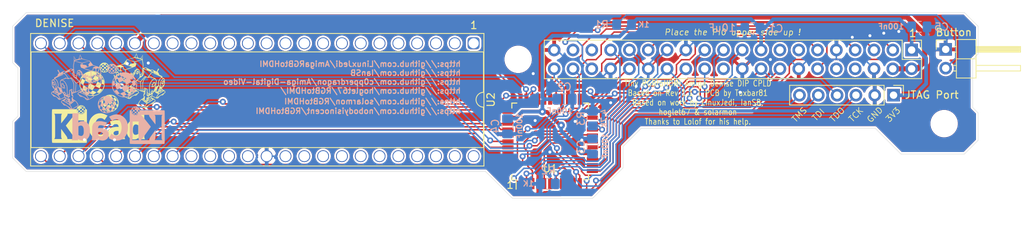
<source format=kicad_pcb>
(kicad_pcb (version 20171130) (host pcbnew 5.0.2-bee76a0~70~ubuntu16.04.1)
  (layers (0 F.Cu signal) (31 B.Cu signal) (34 B.Paste user) (35 F.Paste user) (36 B.SilkS user) (37 F.SilkS user) (38 B.Mask user) (39 F.Mask user) (44 Edge.Cuts user))
  (net 0 "")
  (net 1 GND)
  (net 2 +3V3)
  (net 3 /GPIO21)
  (net 4 /GPIO20)
  (net 5 /GPIO16)
  (net 6 /GPIO18)
  (net 7 /GPIO13)
  (net 8 /GPIO12)
  (net 9 /GPIO6)
  (net 10 /GPIO5)
  (net 11 /GPIO0)
  (net 12 /GPIO7)
  (net 13 /GPIO8)
  (net 14 /GPIO11)
  (net 15 /GPIO9)
  (net 16 /GPIO10)
  (net 17 /GPIO24)
  (net 18 /GPIO23)
  (net 19 /GPIO17)
  (net 20 /GPIO4)
  (net 21 /GPIO3)
  (net 22 /GPIO2)
  (net 23 /CLKEN)
  (net 24 /B0)
  (net 25 /R3)
  (net 26 /R2)
  (net 27 /R1)
  (net 28 /R0)
  (net 29 /G3)
  (net 30 /G2)
  (net 31 /G1)
  (net 32 /G0)
  (net 33 /B3)
  (net 34 /B2)
  (net 35 /B1)
  (net 36 /DETECT)
  (net 37 +5V)
  (net 38 /CSYNC)
  (module MegaChip:Silver8 (layer B.Cu) (at 89 90.4 180)
    (fp_text reference G*** hide)
    (fp_text value LOGO hide)
  )
  (module Symbols:KiCad-Logo2_6mm_SilkScreen (layer B.Cu) (at 91.33 96.11 180)
    (fp_text reference REF*** hide)
    (fp_text value "" hide)
  )
  (module Symbols:KiCad-Logo2_6mm_SilkScreen (layer F.Cu) (at 88.66 95.96)
    (fp_text reference REF*** hide)
    (fp_text value "" hide)
  )
  (module MegaChip:Silver8 (layer F.Cu) (at 90.98 90.23)
    (fp_text reference G*** hide)
    (fp_text value LOGO hide)
  )
  (module Mounting_Holes:MountingHole_3.2mm_M3 (layer F.Cu) (at 202.84 95.3)
    (fp_text reference REF** hide)
    (fp_text value MountingHole_3.2mm_M3)
    (pad 1 np_thru_hole circle (at 0 0) (size 3.2 3.2) (drill 3.2) (layers *.Cu *.Mask))
  )
  (module Connector_PinHeader_2.54mm:PinHeader_1x02_P2.54mm_Horizontal (layer F.Cu) (at 203.05 85.275)
    (fp_text reference Button (at 1.09 -2.305) (layer F.SilkS))
    (fp_text value Jumper_2_Open)
    (pad 2 thru_hole oval (at 0 2.54) (size 1.7 1.7) (drill 1) (layers *.Cu *.Mask) (net 5 /GPIO16))
    (pad 1 thru_hole rect (at 0 0) (size 1.7 1.7) (drill 1) (layers *.Cu *.Mask) (net 1 GND))
  )
  (module Mounting_Holes:MountingHole_3.2mm_M3 (layer F.Cu) (at 145.33 86.62)
    (fp_text reference REF** hide)
    (fp_text value MountingHole_3.2mm_M3)
    (pad 1 np_thru_hole circle (at 0 0) (size 3.2 3.2) (drill 3.2) (layers *.Cu *.Mask))
  )
  (module Package_DIP:DIP-48_W15.24mm_Socket (layer F.Cu) (at 139.315 84.455 270)
    (fp_text reference U2 (at 7.62 -2.33 90) (layer F.SilkS))
    (fp_text value DENISE (at -2.715 56.575 180) (layer F.SilkS))
    (pad 48 thru_hole oval (at 15.24 0 270) (size 1.6 1.6) (drill 1.36) (layers *.Cu *.Mask))
    (pad 24 thru_hole oval (at 0 58.42 270) (size 1.6 1.6) (drill 1.36) (layers *.Cu *.Mask) (net 24 /B0))
    (pad 47 thru_hole oval (at 15.24 2.54 270) (size 1.6 1.6) (drill 1.36) (layers *.Cu *.Mask))
    (pad 23 thru_hole oval (at 0 55.88 270) (size 1.6 1.6) (drill 1.36) (layers *.Cu *.Mask) (net 25 /R3))
    (pad 46 thru_hole oval (at 15.24 5.08 270) (size 1.6 1.6) (drill 1.36) (layers *.Cu *.Mask))
    (pad 22 thru_hole oval (at 0 53.34 270) (size 1.6 1.6) (drill 1.36) (layers *.Cu *.Mask) (net 26 /R2))
    (pad 45 thru_hole oval (at 15.24 7.62 270) (size 1.6 1.6) (drill 1.36) (layers *.Cu *.Mask))
    (pad 21 thru_hole oval (at 0 50.8 270) (size 1.6 1.6) (drill 1.36) (layers *.Cu *.Mask) (net 27 /R1))
    (pad 44 thru_hole oval (at 15.24 10.16 270) (size 1.6 1.6) (drill 1.36) (layers *.Cu *.Mask))
    (pad 20 thru_hole oval (at 0 48.26 270) (size 1.6 1.6) (drill 1.36) (layers *.Cu *.Mask) (net 28 /R0))
    (pad 43 thru_hole oval (at 15.24 12.7 270) (size 1.6 1.6) (drill 1.36) (layers *.Cu *.Mask))
    (pad 19 thru_hole oval (at 0 45.72 270) (size 1.6 1.6) (drill 1.36) (layers *.Cu *.Mask) (net 37 +5V))
    (pad 42 thru_hole oval (at 15.24 15.24 270) (size 1.6 1.6) (drill 1.36) (layers *.Cu *.Mask))
    (pad 18 thru_hole oval (at 0 43.18 270) (size 1.6 1.6) (drill 1.36) (layers *.Cu *.Mask))
    (pad 41 thru_hole oval (at 15.24 17.78 270) (size 1.6 1.6) (drill 1.36) (layers *.Cu *.Mask))
    (pad 17 thru_hole oval (at 0 40.64 270) (size 1.6 1.6) (drill 1.36) (layers *.Cu *.Mask))
    (pad 40 thru_hole oval (at 15.24 20.32 270) (size 1.6 1.6) (drill 1.36) (layers *.Cu *.Mask))
    (pad 16 thru_hole oval (at 0 38.1 270) (size 1.6 1.6) (drill 1.36) (layers *.Cu *.Mask))
    (pad 39 thru_hole oval (at 15.24 22.86 270) (size 1.6 1.6) (drill 1.36) (layers *.Cu *.Mask))
    (pad 15 thru_hole oval (at 0 35.56 270) (size 1.6 1.6) (drill 1.36) (layers *.Cu *.Mask))
    (pad 38 thru_hole oval (at 15.24 25.4 270) (size 1.6 1.6) (drill 1.36) (layers *.Cu *.Mask))
    (pad 14 thru_hole oval (at 0 33.02 270) (size 1.6 1.6) (drill 1.36) (layers *.Cu *.Mask))
    (pad 37 thru_hole oval (at 15.24 27.94 270) (size 1.6 1.6) (drill 1.36) (layers *.Cu *.Mask) (net 1 GND))
    (pad 13 thru_hole oval (at 0 30.48 270) (size 1.6 1.6) (drill 1.36) (layers *.Cu *.Mask))
    (pad 36 thru_hole oval (at 15.24 30.48 270) (size 1.6 1.6) (drill 1.36) (layers *.Cu *.Mask))
    (pad 12 thru_hole oval (at 0 27.94 270) (size 1.6 1.6) (drill 1.36) (layers *.Cu *.Mask))
    (pad 35 thru_hole oval (at 15.24 33.02 270) (size 1.6 1.6) (drill 1.36) (layers *.Cu *.Mask))
    (pad 11 thru_hole oval (at 0 25.4 270) (size 1.6 1.6) (drill 1.36) (layers *.Cu *.Mask))
    (pad 34 thru_hole oval (at 15.24 35.56 270) (size 1.6 1.6) (drill 1.36) (layers *.Cu *.Mask))
    (pad 10 thru_hole oval (at 0 22.86 270) (size 1.6 1.6) (drill 1.36) (layers *.Cu *.Mask))
    (pad 33 thru_hole oval (at 15.24 38.1 270) (size 1.6 1.6) (drill 1.36) (layers *.Cu *.Mask))
    (pad 9 thru_hole oval (at 0 20.32 270) (size 1.6 1.6) (drill 1.36) (layers *.Cu *.Mask))
    (pad 32 thru_hole oval (at 15.24 40.64 270) (size 1.6 1.6) (drill 1.36) (layers *.Cu *.Mask) (net 38 /CSYNC))
    (pad 8 thru_hole oval (at 0 17.78 270) (size 1.6 1.6) (drill 1.36) (layers *.Cu *.Mask))
    (pad 31 thru_hole oval (at 15.24 43.18 270) (size 1.6 1.6) (drill 1.36) (layers *.Cu *.Mask) (net 29 /G3))
    (pad 7 thru_hole oval (at 0 15.24 270) (size 1.6 1.6) (drill 1.36) (layers *.Cu *.Mask))
    (pad 30 thru_hole oval (at 15.24 45.72 270) (size 1.6 1.6) (drill 1.36) (layers *.Cu *.Mask) (net 30 /G2))
    (pad 6 thru_hole oval (at 0 12.7 270) (size 1.6 1.6) (drill 1.36) (layers *.Cu *.Mask))
    (pad 29 thru_hole oval (at 15.24 48.26 270) (size 1.6 1.6) (drill 1.36) (layers *.Cu *.Mask) (net 31 /G1))
    (pad 5 thru_hole oval (at 0 10.16 270) (size 1.6 1.6) (drill 1.36) (layers *.Cu *.Mask))
    (pad 28 thru_hole oval (at 15.24 50.8 270) (size 1.6 1.6) (drill 1.36) (layers *.Cu *.Mask) (net 32 /G0))
    (pad 4 thru_hole oval (at 0 7.62 270) (size 1.6 1.6) (drill 1.36) (layers *.Cu *.Mask))
    (pad 27 thru_hole oval (at 15.24 53.34 270) (size 1.6 1.6) (drill 1.36) (layers *.Cu *.Mask) (net 33 /B3))
    (pad 3 thru_hole oval (at 0 5.08 270) (size 1.6 1.6) (drill 1.36) (layers *.Cu *.Mask))
    (pad 26 thru_hole oval (at 15.24 55.88 270) (size 1.6 1.6) (drill 1.36) (layers *.Cu *.Mask) (net 34 /B2))
    (pad 2 thru_hole oval (at 0 2.54 270) (size 1.6 1.6) (drill 1.36) (layers *.Cu *.Mask))
    (pad 25 thru_hole oval (at 15.24 58.42 270) (size 1.6 1.6) (drill 1.36) (layers *.Cu *.Mask) (net 35 /B1))
    (pad 1 thru_hole roundrect (at 0 0 270) (size 1.6 1.6) (drill 1.36) (layers *.Cu *.Mask))
  )
  (module Connector_PinSocket_2.54mm:PinSocket_2x20_P2.54mm_Vertical (layer F.Cu) (at 198.45 87.9 270)
    (fp_text reference J1 hide)
    (fp_text value Raspberry_Pi_2_3)
    (pad 40 thru_hole oval (at 0 48.26 270) (size 1.7 1.7) (drill 1) (layers *.Cu *.Mask) (net 3 /GPIO21))
    (pad 39 thru_hole oval (at -2.54 48.26 270) (size 1.7 1.7) (drill 1) (layers *.Cu *.Mask) (net 1 GND))
    (pad 38 thru_hole oval (at 0 45.72 270) (size 1.7 1.7) (drill 1) (layers *.Cu *.Mask) (net 4 /GPIO20))
    (pad 37 thru_hole oval (at -2.54 45.72 270) (size 1.7 1.7) (drill 1) (layers *.Cu *.Mask))
    (pad 36 thru_hole oval (at 0 43.18 270) (size 1.7 1.7) (drill 1) (layers *.Cu *.Mask) (net 5 /GPIO16))
    (pad 35 thru_hole oval (at -2.54 43.18 270) (size 1.7 1.7) (drill 1) (layers *.Cu *.Mask))
    (pad 34 thru_hole oval (at 0 40.64 270) (size 1.7 1.7) (drill 1) (layers *.Cu *.Mask) (net 1 GND))
    (pad 33 thru_hole oval (at -2.54 40.64 270) (size 1.7 1.7) (drill 1) (layers *.Cu *.Mask) (net 7 /GPIO13))
    (pad 32 thru_hole oval (at 0 38.1 270) (size 1.7 1.7) (drill 1) (layers *.Cu *.Mask) (net 8 /GPIO12))
    (pad 31 thru_hole oval (at -2.54 38.1 270) (size 1.7 1.7) (drill 1) (layers *.Cu *.Mask) (net 9 /GPIO6))
    (pad 30 thru_hole oval (at 0 35.56 270) (size 1.7 1.7) (drill 1) (layers *.Cu *.Mask) (net 1 GND))
    (pad 29 thru_hole oval (at -2.54 35.56 270) (size 1.7 1.7) (drill 1) (layers *.Cu *.Mask) (net 10 /GPIO5))
    (pad 28 thru_hole oval (at 0 33.02 270) (size 1.7 1.7) (drill 1) (layers *.Cu *.Mask) (net 23 /CLKEN))
    (pad 27 thru_hole oval (at -2.54 33.02 270) (size 1.7 1.7) (drill 1) (layers *.Cu *.Mask) (net 11 /GPIO0))
    (pad 26 thru_hole oval (at 0 30.48 270) (size 1.7 1.7) (drill 1) (layers *.Cu *.Mask) (net 12 /GPIO7))
    (pad 25 thru_hole oval (at -2.54 30.48 270) (size 1.7 1.7) (drill 1) (layers *.Cu *.Mask) (net 1 GND))
    (pad 24 thru_hole oval (at 0 27.94 270) (size 1.7 1.7) (drill 1) (layers *.Cu *.Mask) (net 13 /GPIO8))
    (pad 23 thru_hole oval (at -2.54 27.94 270) (size 1.7 1.7) (drill 1) (layers *.Cu *.Mask) (net 14 /GPIO11))
    (pad 22 thru_hole oval (at 0 25.4 270) (size 1.7 1.7) (drill 1) (layers *.Cu *.Mask))
    (pad 21 thru_hole oval (at -2.54 25.4 270) (size 1.7 1.7) (drill 1) (layers *.Cu *.Mask) (net 15 /GPIO9))
    (pad 20 thru_hole oval (at 0 22.86 270) (size 1.7 1.7) (drill 1) (layers *.Cu *.Mask) (net 1 GND))
    (pad 19 thru_hole oval (at -2.54 22.86 270) (size 1.7 1.7) (drill 1) (layers *.Cu *.Mask) (net 16 /GPIO10))
    (pad 18 thru_hole oval (at 0 20.32 270) (size 1.7 1.7) (drill 1) (layers *.Cu *.Mask) (net 17 /GPIO24))
    (pad 17 thru_hole oval (at -2.54 20.32 270) (size 1.7 1.7) (drill 1) (layers *.Cu *.Mask) (net 2 +3V3))
    (pad 16 thru_hole oval (at 0 17.78 270) (size 1.7 1.7) (drill 1) (layers *.Cu *.Mask) (net 18 /GPIO23))
    (pad 15 thru_hole oval (at -2.54 17.78 270) (size 1.7 1.7) (drill 1) (layers *.Cu *.Mask))
    (pad 14 thru_hole oval (at 0 15.24 270) (size 1.7 1.7) (drill 1) (layers *.Cu *.Mask) (net 1 GND))
    (pad 13 thru_hole oval (at -2.54 15.24 270) (size 1.7 1.7) (drill 1) (layers *.Cu *.Mask))
    (pad 12 thru_hole oval (at 0 12.7 270) (size 1.7 1.7) (drill 1) (layers *.Cu *.Mask) (net 6 /GPIO18))
    (pad 11 thru_hole oval (at -2.54 12.7 270) (size 1.7 1.7) (drill 1) (layers *.Cu *.Mask) (net 19 /GPIO17))
    (pad 10 thru_hole oval (at 0 10.16 270) (size 1.7 1.7) (drill 1) (layers *.Cu *.Mask))
    (pad 9 thru_hole oval (at -2.54 10.16 270) (size 1.7 1.7) (drill 1) (layers *.Cu *.Mask) (net 1 GND))
    (pad 8 thru_hole oval (at 0 7.62 270) (size 1.7 1.7) (drill 1) (layers *.Cu *.Mask))
    (pad 7 thru_hole oval (at -2.54 7.62 270) (size 1.7 1.7) (drill 1) (layers *.Cu *.Mask) (net 20 /GPIO4))
    (pad 6 thru_hole oval (at 0 5.08 270) (size 1.7 1.7) (drill 1) (layers *.Cu *.Mask) (net 1 GND))
    (pad 5 thru_hole oval (at -2.54 5.08 270) (size 1.7 1.7) (drill 1) (layers *.Cu *.Mask) (net 21 /GPIO3))
    (pad 4 thru_hole oval (at 0 2.54 270) (size 1.7 1.7) (drill 1) (layers *.Cu *.Mask) (net 37 +5V))
    (pad 3 thru_hole oval (at -2.54 2.54 270) (size 1.7 1.7) (drill 1) (layers *.Cu *.Mask) (net 22 /GPIO2))
    (pad 2 thru_hole oval (at 0 0 270) (size 1.7 1.7) (drill 1) (layers *.Cu *.Mask) (net 37 +5V))
    (pad 1 thru_hole rect (at -2.54 0 270) (size 1.7 1.7) (drill 1) (layers *.Cu *.Mask) (net 2 +3V3))
  )
  (module Capacitor_SMD:C_0805_2012Metric_Pad1.18x1.45mm_HandSolder (layer B.Cu) (at 199.49 82.23)
    (fp_text reference C5 (at 3 0.02) (layer B.SilkS) (effects (justify mirror)))
    (fp_text value 100nF (at -3.83 -0.04) (layer B.SilkS) (effects (font (size 0.75 0.75)) (justify mirror)))
    (pad 2 smd roundrect (at 1.0375 0) (size 1.175 1.45) (layers B.Cu B.Paste B.Mask) (roundrect_rratio 0.2127659574468085) (net 1 GND))
    (pad 1 smd roundrect (at -1.0375 0) (size 1.175 1.45) (layers B.Cu B.Paste B.Mask) (roundrect_rratio 0.2127659574468085) (net 2 +3V3))
  )
  (module Capacitor_SMD:C_0805_2012Metric_Pad1.18x1.45mm_HandSolder (layer B.Cu) (at 176.96 82.43 180)
    (fp_text reference C1 (at -3.18 -0.04) (layer B.SilkS) (effects (justify mirror)))
    (fp_text value 10uF (at 4.1 0.05 180) (layer B.SilkS) (effects (justify mirror)))
    (pad 2 smd roundrect (at 1.0375 0 180) (size 1.175 1.45) (layers B.Cu B.Paste B.Mask) (roundrect_rratio 0.2127659574468085) (net 1 GND))
    (pad 1 smd roundrect (at -1.0375 0 180) (size 1.175 1.45) (layers B.Cu B.Paste B.Mask) (roundrect_rratio 0.2127659574468085) (net 2 +3V3))
  )
  (module Resistor_SMD:R_0805_2012Metric_Pad1.20x1.40mm_HandSolder (layer B.Cu) (at 155.38 94.61 90)
    (fp_text reference R3 (at 0 -1.57 90) (layer B.SilkS) (effects (justify mirror)))
    (fp_text value 4.7K (at -0.01 1.57 90) (layer B.SilkS) (effects (font (size 0.75 0.75)) (justify mirror)))
    (pad 2 smd roundrect (at 1 0 90) (size 1.2 1.4) (layers B.Cu B.Paste B.Mask) (roundrect_rratio 0.2083325) (net 1 GND))
    (pad 1 smd roundrect (at -1 0 90) (size 1.2 1.4) (layers B.Cu B.Paste B.Mask) (roundrect_rratio 0.2083325) (net 36 /DETECT))
  )
  (module Resistor_SMD:R_0805_2012Metric_Pad1.20x1.40mm_HandSolder (layer B.Cu) (at 149.34 103.43 180)
    (fp_text reference R2 (at -0.04 1.8 180) (layer B.SilkS) (effects (justify mirror)))
    (fp_text value 1K (at 2.64 0.03) (layer B.SilkS) (effects (font (size 0.75 0.75)) (justify mirror)))
    (pad 2 smd roundrect (at 1 0 180) (size 1.2 1.4) (layers B.Cu B.Paste B.Mask) (roundrect_rratio 0.2083325) (net 1 GND))
    (pad 1 smd roundrect (at -1 0 180) (size 1.2 1.4) (layers B.Cu B.Paste B.Mask) (roundrect_rratio 0.2083325) (net 11 /GPIO0))
  )
  (module Resistor_SMD:R_0805_2012Metric_Pad1.20x1.40mm_HandSolder (layer B.Cu) (at 159.63 81.93 180)
    (fp_text reference R1 (at 3.048 0) (layer B.SilkS) (effects (justify mirror)))
    (fp_text value 1K (at -2.667 0) (layer B.SilkS) (effects (font (size 0.75 0.75)) (justify mirror)))
    (pad 2 smd roundrect (at 1 0 180) (size 1.2 1.4) (layers B.Cu B.Paste B.Mask) (roundrect_rratio 0.2083325) (net 5 /GPIO16))
    (pad 1 smd roundrect (at -1 0 180) (size 1.2 1.4) (layers B.Cu B.Paste B.Mask) (roundrect_rratio 0.2083325) (net 2 +3V3))
  )
  (module Capacitor_SMD:C_0805_2012Metric_Pad1.18x1.45mm_HandSolder (layer B.Cu) (at 143.89 95.66 270)
    (fp_text reference C4 (at -0.02 1.66 90) (layer B.SilkS) (effects (justify mirror)))
    (fp_text value 100nF (at -0.01 -1.61 90) (layer B.SilkS) (effects (font (size 0.75 0.75)) (justify mirror)))
    (pad 1 smd roundrect (at -1.0375 0 270) (size 1.175 1.45) (layers B.Cu B.Paste B.Mask) (roundrect_rratio 0.2127659574468085) (net 2 +3V3))
    (pad 2 smd roundrect (at 1.0375 0 270) (size 1.175 1.45) (layers B.Cu B.Paste B.Mask) (roundrect_rratio 0.2127659574468085) (net 1 GND))
  )
  (module Capacitor_SMD:C_0805_2012Metric_Pad1.18x1.45mm_HandSolder (layer B.Cu) (at 155.37 98.37 90)
    (fp_text reference C3 (at -0.07 -1.55 90) (layer B.SilkS) (effects (justify mirror)))
    (fp_text value 100nF (at 0.02 1.7 270) (layer B.SilkS) (effects (font (size 0.75 0.75)) (justify mirror)))
    (pad 2 smd roundrect (at 1.0375 0 90) (size 1.175 1.45) (layers B.Cu B.Paste B.Mask) (roundrect_rratio 0.2127659574468085) (net 1 GND))
    (pad 1 smd roundrect (at -1.0375 0 90) (size 1.175 1.45) (layers B.Cu B.Paste B.Mask) (roundrect_rratio 0.2127659574468085) (net 2 +3V3))
  )
  (module Capacitor_SMD:C_0805_2012Metric_Pad1.18x1.45mm_HandSolder (layer B.Cu) (at 151.59 92)
    (fp_text reference C2 (at -0.03 -1.65) (layer B.SilkS) (effects (justify mirror)))
    (fp_text value 100nF (at -0.66 1.58) (layer B.SilkS) (effects (font (size 0.75 0.75)) (justify mirror)))
    (pad 2 smd roundrect (at 1.0375 0) (size 1.175 1.45) (layers B.Cu B.Paste B.Mask) (roundrect_rratio 0.2127659574468085) (net 1 GND))
    (pad 1 smd roundrect (at -1.0375 0) (size 1.175 1.45) (layers B.Cu B.Paste B.Mask) (roundrect_rratio 0.2127659574468085) (net 2 +3V3))
  )
  (module Package_QFP:TQFP-44_10x10mm_P0.8mm (layer F.Cu) (at 149.65 97.7 90)
    (fp_text reference U1 (at -3.67 0.02 180) (layer F.SilkS))
    (fp_text value "XC9572VQ44 or XC9572XL-10VQG44C")
    (pad 44 smd rect (at -4 -5.7 180) (size 1.5 0.55) (layers F.Cu F.Paste F.Mask) (net 4 /GPIO20))
    (pad 43 smd rect (at -3.2 -5.7 180) (size 1.5 0.55) (layers F.Cu F.Paste F.Mask) (net 3 /GPIO21))
    (pad 42 smd rect (at -2.4 -5.7 180) (size 1.5 0.55) (layers F.Cu F.Paste F.Mask) (net 32 /G0))
    (pad 41 smd rect (at -1.6 -5.7 180) (size 1.5 0.55) (layers F.Cu F.Paste F.Mask))
    (pad 40 smd rect (at -0.8 -5.7 180) (size 1.5 0.55) (layers F.Cu F.Paste F.Mask) (net 31 /G1))
    (pad 39 smd rect (at 0 -5.7 180) (size 1.5 0.55) (layers F.Cu F.Paste F.Mask) (net 27 /R1))
    (pad 38 smd rect (at 0.8 -5.7 180) (size 1.5 0.55) (layers F.Cu F.Paste F.Mask) (net 35 /B1))
    (pad 37 smd rect (at 1.6 -5.7 180) (size 1.5 0.55) (layers F.Cu F.Paste F.Mask) (net 34 /B2))
    (pad 36 smd rect (at 2.4 -5.7 180) (size 1.5 0.55) (layers F.Cu F.Paste F.Mask) (net 30 /G2))
    (pad 35 smd rect (at 3.2 -5.7 180) (size 1.5 0.55) (layers F.Cu F.Paste F.Mask) (net 2 +3V3))
    (pad 34 smd rect (at 4 -5.7 180) (size 1.5 0.55) (layers F.Cu F.Paste F.Mask) (net 26 /R2))
    (pad 33 smd rect (at 5.7 -4 90) (size 1.5 0.55) (layers F.Cu F.Paste F.Mask) (net 6 /GPIO18))
    (pad 32 smd rect (at 5.7 -3.2 90) (size 1.5 0.55) (layers F.Cu F.Paste F.Mask) (net 25 /R3))
    (pad 31 smd rect (at 5.7 -2.4 90) (size 1.5 0.55) (layers F.Cu F.Paste F.Mask) (net 29 /G3))
    (pad 30 smd rect (at 5.7 -1.6 90) (size 1.5 0.55) (layers F.Cu F.Paste F.Mask) (net 33 /B3))
    (pad 29 smd rect (at 5.7 -0.8 90) (size 1.5 0.55) (layers F.Cu F.Paste F.Mask) (net 22 /GPIO2))
    (pad 28 smd rect (at 5.7 0 90) (size 1.5 0.55) (layers F.Cu F.Paste F.Mask) (net 21 /GPIO3))
    (pad 27 smd rect (at 5.7 0.8 90) (size 1.5 0.55) (layers F.Cu F.Paste F.Mask) (net 20 /GPIO4))
    (pad 26 smd rect (at 5.7 1.6 90) (size 1.5 0.55) (layers F.Cu F.Paste F.Mask) (net 2 +3V3))
    (pad 25 smd rect (at 5.7 2.4 90) (size 1.5 0.55) (layers F.Cu F.Paste F.Mask) (net 1 GND))
    (pad 24 smd rect (at 5.7 3.2 90) (size 1.5 0.55) (layers F.Cu F.Paste F.Mask) (net 17 /GPIO24))
    (pad 23 smd rect (at 5.7 4 90) (size 1.5 0.55) (layers F.Cu F.Paste F.Mask) (net 38 /CSYNC))
    (pad 22 smd rect (at 4 5.7 180) (size 1.5 0.55) (layers F.Cu F.Paste F.Mask) (net 19 /GPIO17))
    (pad 21 smd rect (at 3.2 5.7 180) (size 1.5 0.55) (layers F.Cu F.Paste F.Mask) (net 28 /R0))
    (pad 20 smd rect (at 2.4 5.7 180) (size 1.5 0.55) (layers F.Cu F.Paste F.Mask) (net 18 /GPIO23))
    (pad 19 smd rect (at 1.6 5.7 180) (size 1.5 0.55) (layers F.Cu F.Paste F.Mask) (net 36 /DETECT))
    (pad 18 smd rect (at 0.8 5.7 180) (size 1.5 0.55) (layers F.Cu F.Paste F.Mask) (net 24 /B0))
    (pad 17 smd rect (at 0 5.7 180) (size 1.5 0.55) (layers F.Cu F.Paste F.Mask) (net 1 GND))
    (pad 16 smd rect (at -0.8 5.7 180) (size 1.5 0.55) (layers F.Cu F.Paste F.Mask) (net 16 /GPIO10))
    (pad 15 smd rect (at -1.6 5.7 180) (size 1.5 0.55) (layers F.Cu F.Paste F.Mask) (net 2 +3V3))
    (pad 14 smd rect (at -2.4 5.7 180) (size 1.5 0.55) (layers F.Cu F.Paste F.Mask) (net 15 /GPIO9))
    (pad 13 smd rect (at -3.2 5.7 180) (size 1.5 0.55) (layers F.Cu F.Paste F.Mask) (net 14 /GPIO11))
    (pad 12 smd rect (at -4 5.7 180) (size 1.5 0.55) (layers F.Cu F.Paste F.Mask) (net 13 /GPIO8))
    (pad 11 smd rect (at -5.7 4 90) (size 1.5 0.55) (layers F.Cu F.Paste F.Mask) (net 4 /GPIO20))
    (pad 10 smd rect (at -5.7 3.2 90) (size 1.5 0.55) (layers F.Cu F.Paste F.Mask) (net 23 /CLKEN))
    (pad 9 smd rect (at -5.7 2.4 90) (size 1.5 0.55) (layers F.Cu F.Paste F.Mask) (net 11 /GPIO0))
    (pad 8 smd rect (at -5.7 1.6 90) (size 1.5 0.55) (layers F.Cu F.Paste F.Mask) (net 12 /GPIO7))
    (pad 7 smd rect (at -5.7 0.8 90) (size 1.5 0.55) (layers F.Cu F.Paste F.Mask) (net 11 /GPIO0))
    (pad 6 smd rect (at -5.7 0 90) (size 1.5 0.55) (layers F.Cu F.Paste F.Mask) (net 23 /CLKEN))
    (pad 5 smd rect (at -5.7 -0.8 90) (size 1.5 0.55) (layers F.Cu F.Paste F.Mask) (net 10 /GPIO5))
    (pad 4 smd rect (at -5.7 -1.6 90) (size 1.5 0.55) (layers F.Cu F.Paste F.Mask) (net 1 GND))
    (pad 3 smd rect (at -5.7 -2.4 90) (size 1.5 0.55) (layers F.Cu F.Paste F.Mask) (net 8 /GPIO12))
    (pad 2 smd rect (at -5.7 -3.2 90) (size 1.5 0.55) (layers F.Cu F.Paste F.Mask) (net 9 /GPIO6))
    (pad 1 smd rect (at -5.7 -4 90) (size 1.5 0.55) (layers F.Cu F.Paste F.Mask) (net 7 /GPIO13))
  )
  (module Pin_Headers:Pin_Header_Straight_1x06_Pitch2.54mm (layer F.Cu) (at 196.01 91.46 270)
    (fp_text reference "JTAG Port" (at -0.04 -5.16 180) (layer F.SilkS))
    (fp_text value Pin_Header_Straight_1x06_Pitch2.54mm hide)
    (pad 1 thru_hole rect (at 0 0 270) (size 1.7 1.7) (drill 1) (layers *.Cu *.Mask) (net 2 +3V3))
    (pad 2 thru_hole oval (at 0 2.54 270) (size 1.7 1.7) (drill 1) (layers *.Cu *.Mask) (net 1 GND))
    (pad 3 thru_hole oval (at 0 5.08 270) (size 1.7 1.7) (drill 1) (layers *.Cu *.Mask) (net 4 /GPIO20))
    (pad 4 thru_hole oval (at 0 7.62 270) (size 1.7 1.7) (drill 1) (layers *.Cu *.Mask) (net 17 /GPIO24))
    (pad 5 thru_hole oval (at 0 10.16 270) (size 1.7 1.7) (drill 1) (layers *.Cu *.Mask) (net 11 /GPIO0))
    (pad 6 thru_hole oval (at 0 12.7 270) (size 1.7 1.7) (drill 1) (layers *.Cu *.Mask) (net 23 /CLKEN))
  )
  (gr_text TMS (at 183.3 94.1 45) (layer F.SilkS) (effects (font (size 0.8 0.8) (thickness 0.1))))
  (gr_text TDI (at 185.86 94.1 45) (layer F.SilkS) (effects (font (size 0.8 0.8) (thickness 0.1))))
  (gr_text TDO (at 188.41 94.1 45) (layer F.SilkS) (effects (font (size 0.8 0.8) (thickness 0.1))))
  (gr_text TCK (at 190.94 94.1 45) (layer F.SilkS) (effects (font (size 0.8 0.8) (thickness 0.1))))
  (gr_text GND (at 193.49 94.1 45) (layer F.SilkS) (effects (font (size 0.8 0.8) (thickness 0.1))))
  (gr_text 3V3 (at 195.94 94.1 45) (layer F.SilkS) (effects (font (size 0.8 0.8) (thickness 0.1))))
  (gr_text 1 (at 144.24 103.59) (layer F.SilkS) (effects (font (size 1 1))))
  (gr_line (start 155.4 105.37) (end 159.49 101.28) (layer Edge.Cuts) (width 0.05))
  (gr_line (start 159.49 98.39) (end 161.96 95.92) (layer Edge.Cuts) (width 0.05))
  (gr_line (start 159.49 101.28) (end 159.49 98.39) (layer Edge.Cuts) (width 0.05))
  (gr_text 1 (at 139.34 82.02) (layer F.SilkS) (effects (font (size 1 1))))
  (gr_text 1 (at 198.6 83.1) (layer F.SilkS) (effects (font (size 1 1))))
  (gr_text "Place the Pi0 upper side up !" (at 174.28 82.96) (layer F.SilkS) (effects (font (size 0.8 0.8) (thickness 0.1) italic)))
  (gr_text https://github.com/nobodyisinocent/RGBtoHDMI (at 137.64 93.6) (layer B.SilkS) (effects (font (size 0.75 0.75)) (justify left mirror)))
  (gr_line (start 193.52 95.92) (end 161.96 95.92) (layer Edge.Cuts) (width 0.05))
  (gr_line (start 197.01 99.41) (end 193.52 95.92) (layer Edge.Cuts) (width 0.05))
  (gr_line (start 207.42 85.91) (end 207.42 82.14) (layer Edge.Cuts) (width 0.05))
  (gr_line (start 206.69 93.11) (end 206.69 86.64) (layer Edge.Cuts) (width 0.05))
  (gr_line (start 207.42 93.84) (end 206.69 93.11) (layer Edge.Cuts) (width 0.05))
  (gr_line (start 207.42 85.91) (end 206.69 86.64) (layer Edge.Cuts) (width 0.05))
  (gr_line (start 77.8 87.81) (end 77.8 94.28) (layer Edge.Cuts) (width 0.05))
  (gr_line (start 77.07 82.15) (end 77.07 87.08) (layer Edge.Cuts) (width 0.05))
  (gr_line (start 77.07 87.08) (end 77.8 87.81) (layer Edge.Cuts) (width 0.05))
  (gr_line (start 77.07 95.01) (end 77.8 94.28) (layer Edge.Cuts) (width 0.05))
  (gr_line (start 205.59 80.31) (end 207.42 82.14) (layer Edge.Cuts) (width 0.05))
  (gr_line (start 205.58 99.41) (end 207.42 97.57) (layer Edge.Cuts) (width 0.05))
  (gr_line (start 78.89 101.76) (end 77.07 99.94) (layer Edge.Cuts) (width 0.05))
  (gr_line (start 144.53 105.37) (end 155.4 105.37) (layer Edge.Cuts) (width 0.05))
  (gr_line (start 140.92 101.76) (end 144.53 105.37) (layer Edge.Cuts) (width 0.05))
  (gr_line (start 78.91 80.31) (end 77.07 82.15) (layer Edge.Cuts) (width 0.05))
  (gr_line (start 78.89 101.76) (end 140.92 101.76) (layer Edge.Cuts) (width 0.05))
  (gr_line (start 77.07 95.01) (end 77.07 99.94) (layer Edge.Cuts) (width 0.05))
  (gr_line (start 205.58 99.41) (end 197.01 99.41) (layer Edge.Cuts) (width 0.05))
  (gr_line (start 207.42 93.84) (end 207.42 97.57) (layer Edge.Cuts) (width 0.05))
  (gr_line (start 78.91 80.31) (end 205.59 80.31) (layer Edge.Cuts) (width 0.05))
  (gr_text https://github.com/solarmon/RGBtoHDMI (at 137.649 92.302) (layer B.SilkS) (effects (font (size 0.75 0.75)) (justify left mirror)))
  (gr_text "https://github.com/LinuxJedi/AmigaRGBtoHDMI\nhttps://github.com/IanSB\nhttps://github.com/c0pperdragon/Amiga-Digital-Video\nhttps://github.com/hoglet67/RGBtoHDMI/" (at 137.66 89.06) (layer B.SilkS) (effects (font (size 0.75 0.75)) (justify left mirror)))
  (gr_text "Tiny RGBtoHDMI Amiga Denise DIP CPLD\nBased on Rev 1.1 | PCB by Tuxbar81\nBased on work by LinuxJedi, IanSB,\nhoglet67 & solarmon\nThanks to Lolof for his help." (at 169.58 92.45) (layer F.SilkS) (effects (font (size 0.8 0.65) (thickness 0.1))))
  (via (at 95.39 87.12) (size 0.8) (drill 0.4) (layers F.Cu B.Cu) (net 1))
  (via (at 92.56 87.2) (size 0.8) (drill 0.4) (layers F.Cu B.Cu) (net 1))
  (segment (start 154.3365 97.2748) (end 154.1649 97.2748) (width 0.2) (layer B.Cu) (net 1))
  (segment (start 154.1649 97.2748) (end 153.9179 97.5218) (width 0.2) (layer B.Cu) (net 1))
  (segment (start 155.37 97.3325) (end 155.3123 97.2748) (width 0.2) (layer B.Cu) (net 1))
  (segment (start 155.3123 97.2748) (end 154.3365 97.2748) (width 0.2) (layer B.Cu) (net 1))
  (segment (start 153.9179 97.5218) (end 154.1215 97.5218) (width 0.2) (layer F.Cu) (net 1))
  (segment (start 154.1215 97.5218) (end 154.2997 97.7) (width 0.2) (layer F.Cu) (net 1))
  (segment (start 155.35 97.7) (end 154.2997 97.7) (width 0.2) (layer F.Cu) (net 1))
  (segment (start 188.29 85.36) (end 188.29 86.5103) (width 0.2) (layer B.Cu) (net 1))
  (via (at 153.9179 97.5218) (size 0.8) (layers F.Cu B.Cu) (net 1))
  (segment (start 184.48 86.63) (end 183.21 87.9) (width 0.2) (layer B.Cu) (net 1))
  (segment (start 188.29 86.5103) (end 188.1703 86.63) (width 0.2) (layer B.Cu) (net 1))
  (segment (start 188.1703 86.63) (end 184.48 86.63) (width 0.2) (layer B.Cu) (net 1))
  (segment (start 188.4197 86.64) (end 188.29 86.5103) (width 0.2) (layer B.Cu) (net 1))
  (segment (start 193.37 87.9) (end 192.11 86.64) (width 0.2) (layer B.Cu) (net 1))
  (segment (start 192.11 86.64) (end 188.4197 86.64) (width 0.2) (layer B.Cu) (net 1))
  (segment (start 176.7404 86.7496) (end 176.84 86.65) (width 0.2) (layer B.Cu) (net 1))
  (segment (start 181.96 86.65) (end 183.21 87.9) (width 0.2) (layer B.Cu) (net 1))
  (segment (start 176.84 86.65) (end 179.38 86.65) (width 0.2) (layer B.Cu) (net 1))
  (segment (start 167.92 85.36) (end 167.97 85.36) (width 0.2) (layer F.Cu) (net 1))
  (segment (start 166.62 86.66) (end 167.92 85.36) (width 0.2) (layer F.Cu) (net 1))
  (segment (start 162.89 87.9) (end 164.13 86.66) (width 0.2) (layer F.Cu) (net 1))
  (segment (start 164.13 86.66) (end 166.62 86.66) (width 0.2) (layer F.Cu) (net 1))
  (segment (start 159.08 86.63) (end 157.81 87.9) (width 0.3) (layer F.Cu) (net 1))
  (segment (start 162.89 87.9) (end 161.62 86.63) (width 0.2) (layer F.Cu) (net 1))
  (segment (start 161.62 86.63) (end 159.08 86.63) (width 0.2) (layer F.Cu) (net 1))
  (segment (start 150.56 85.36) (end 150.19 85.36) (width 0.2) (layer B.Cu) (net 1))
  (segment (start 152.3719 86.63) (end 151.83 86.63) (width 0.2) (layer B.Cu) (net 1))
  (segment (start 151.83 86.63) (end 150.56 85.36) (width 0.2) (layer B.Cu) (net 1))
  (segment (start 156.178 89.532) (end 155.2754 89.532) (width 0.2) (layer B.Cu) (net 1))
  (segment (start 157.81 87.9) (end 156.178 89.532) (width 0.2) (layer B.Cu) (net 1))
  (segment (start 153.1485 86.63) (end 152.3719 86.63) (width 0.2) (layer B.Cu) (net 1))
  (segment (start 154.03 87.5115) (end 153.1485 86.63) (width 0.2) (layer B.Cu) (net 1))
  (segment (start 154.03 88.71) (end 154.03 87.5115) (width 0.2) (layer B.Cu) (net 1))
  (segment (start 155.2754 89.532) (end 154.852 89.532) (width 0.2) (layer B.Cu) (net 1))
  (segment (start 154.852 89.532) (end 154.03 88.71) (width 0.2) (layer B.Cu) (net 1))
  (segment (start 151.46 89.2058) (end 151.46 87.1) (width 0.2) (layer B.Cu) (net 1))
  (segment (start 151.93 86.63) (end 152.3719 86.63) (width 0.2) (layer B.Cu) (net 1))
  (segment (start 152.6275 92) (end 152.6275 90.3733) (width 0.2) (layer B.Cu) (net 1))
  (segment (start 151.46 87.1) (end 151.93 86.63) (width 0.2) (layer B.Cu) (net 1))
  (segment (start 152.6275 90.3733) (end 151.46 89.2058) (width 0.2) (layer B.Cu) (net 1))
  (segment (start 167.97 85.36) (end 170.9 82.43) (width 0.2) (layer B.Cu) (net 1))
  (segment (start 176.86 86.63) (end 176.7404 86.7496) (width 0.2) (layer B.Cu) (net 1))
  (segment (start 175.9225 82.43) (end 176.86 83.3675) (width 0.2) (layer B.Cu) (net 1))
  (segment (start 176.86 83.3675) (end 176.86 86.63) (width 0.2) (layer B.Cu) (net 1))
  (segment (start 203.05 85.275) (end 201.5858 85.275) (width 0.2) (layer B.Cu) (net 1))
  (segment (start 200.5275 84.2175) (end 200.5275 82.23) (width 0.2) (layer B.Cu) (net 1))
  (segment (start 203.05 85.275) (end 201.585 85.275) (width 0.2) (layer B.Cu) (net 1))
  (segment (start 201.585 85.275) (end 200.5275 84.2175) (width 0.2) (layer B.Cu) (net 1))
  (via (at 147.62 94.89) (size 0.8) (drill 0.4) (layers F.Cu B.Cu) (net 1))
  (via (at 157.82 92.48) (size 0.8) (drill 0.4) (layers F.Cu B.Cu) (net 1))
  (via (at 153.02 95) (size 0.8) (drill 0.4) (layers F.Cu B.Cu) (net 1))
  (via (at 90.83 97.49) (size 0.8) (drill 0.4) (layers F.Cu B.Cu) (net 1))
  (via (at 86.77 97.47) (size 0.8) (drill 0.4) (layers F.Cu B.Cu) (net 1))
  (via (at 147.36 88.55) (size 0.8) (drill 0.4) (layers F.Cu B.Cu) (net 1))
  (via (at 196.72 82.86) (size 0.8) (drill 0.4) (layers F.Cu B.Cu) (net 1))
  (via (at 192.82 83.43) (size 0.8) (drill 0.4) (layers F.Cu B.Cu) (net 1))
  (via (at 194.69 83.09) (size 0.8) (drill 0.4) (layers F.Cu B.Cu) (net 1))
  (via (at 190.44 83.64) (size 0.8) (drill 0.4) (layers F.Cu B.Cu) (net 1))
  (via (at 149.46 89.42) (size 0.8) (drill 0.4) (layers F.Cu B.Cu) (net 1))
  (segment (start 162.89 87.9) (end 162.89 87.334302) (width 0.2) (layer B.Cu) (net 1))
  (segment (start 162.89 87.334302) (end 164.15 86.074302) (width 0.2) (layer B.Cu) (net 1))
  (segment (start 164.15 82.82) (end 164.79 82.18) (width 0.2) (layer B.Cu) (net 1))
  (segment (start 164.15 86.074302) (end 164.15 82.82) (width 0.2) (layer B.Cu) (net 1))
  (segment (start 174.15 82.18) (end 174.4 82.43) (width 0.2) (layer B.Cu) (net 1))
  (segment (start 164.79 82.18) (end 174.15 82.18) (width 0.2) (layer B.Cu) (net 1))
  (segment (start 170.9 82.43) (end 174.4 82.43) (width 0.2) (layer B.Cu) (net 1))
  (segment (start 174.4 82.43) (end 175.9225 82.43) (width 0.2) (layer B.Cu) (net 1))
  (segment (start 141.7141 101.2641) (end 143.88 103.43) (width 0.2) (layer B.Cu) (net 1))
  (segment (start 113.8164 101.2641) (end 141.7141 101.2641) (width 0.2) (layer B.Cu) (net 1))
  (segment (start 143.88 103.43) (end 148.34 103.43) (width 0.2) (layer B.Cu) (net 1))
  (segment (start 111.375 99.695) (end 112.4753 99.695) (width 0.2) (layer B.Cu) (net 1))
  (segment (start 112.4753 99.923) (end 113.8164 101.2641) (width 0.2) (layer B.Cu) (net 1))
  (segment (start 112.4753 99.695) (end 112.4753 99.923) (width 0.2) (layer B.Cu) (net 1))
  (segment (start 162.89 89.2) (end 162.83 89.26) (width 0.35) (layer B.Cu) (net 1))
  (segment (start 162.89 87.9) (end 162.89 89.2) (width 0.35) (layer B.Cu) (net 1))
  (segment (start 139.52 87.12) (end 95.39 87.12) (width 0.2) (layer F.Cu) (net 1))
  (segment (start 140.98 85.66) (end 139.52 87.12) (width 0.2) (layer F.Cu) (net 1))
  (segment (start 196.72 82.86) (end 195.41001 81.55001) (width 0.2) (layer F.Cu) (net 1))
  (segment (start 195.41001 81.55001) (end 143.47999 81.55001) (width 0.2) (layer F.Cu) (net 1))
  (segment (start 143.47999 81.55001) (end 140.98 84.05) (width 0.2) (layer F.Cu) (net 1))
  (segment (start 140.98 84.05) (end 140.98 85.66) (width 0.2) (layer F.Cu) (net 1))
  (segment (start 148.45 103.43) (end 148.34 103.43) (width 0.2) (layer B.Cu) (net 1))
  (segment (start 176.7404 86.7496) (end 175.59 87.9) (width 0.2) (layer B.Cu) (net 1))
  (segment (start 153.6948 97.2748) (end 154.3365 97.2748) (width 0.2) (layer B.Cu) (net 1))
  (segment (start 153.03 96.61) (end 153.6948 97.2748) (width 0.2) (layer B.Cu) (net 1))
  (segment (start 153.03 95.02) (end 153.03 96.61) (width 0.2) (layer B.Cu) (net 1))
  (segment (start 155.38 93.61) (end 154.44 93.61) (width 0.2) (layer B.Cu) (net 1))
  (segment (start 154.44 93.61) (end 153.03 95.02) (width 0.2) (layer B.Cu) (net 1))
  (segment (start 179.38 86.65) (end 181.96 86.65) (width 0.2) (layer B.Cu) (net 1))
  (via (at 179.38 86.65) (size 0.8) (drill 0.4) (layers F.Cu B.Cu) (net 1))
  (segment (start 155.213996 90.07) (end 155.263998 90.019998) (width 0.2) (layer F.Cu) (net 1))
  (segment (start 152.05 90.57) (end 152.55 90.07) (width 0.2) (layer F.Cu) (net 1))
  (segment (start 155.263998 90.019998) (end 155.690002 90.019998) (width 0.2) (layer F.Cu) (net 1))
  (segment (start 155.690002 90.019998) (end 156.47 89.24) (width 0.2) (layer F.Cu) (net 1))
  (segment (start 152.05 92) (end 152.05 90.57) (width 0.2) (layer F.Cu) (net 1))
  (segment (start 152.55 90.07) (end 155.213996 90.07) (width 0.2) (layer F.Cu) (net 1))
  (segment (start 154.389998 91.279998) (end 155.38 92.27) (width 0.2) (layer B.Cu) (net 1))
  (segment (start 155.2754 89.532) (end 154.389998 90.417402) (width 0.2) (layer B.Cu) (net 1))
  (segment (start 155.38 92.27) (end 155.38 93.61) (width 0.2) (layer B.Cu) (net 1))
  (segment (start 154.389998 90.417402) (end 154.389998 91.279998) (width 0.2) (layer B.Cu) (net 1))
  (segment (start 157.8 87.91) (end 157.81 87.9) (width 0.4) (layer F.Cu) (net 1))
  (segment (start 157.8 89.22) (end 157.8 87.91) (width 0.4) (layer F.Cu) (net 1))
  (segment (start 176.84 86.65) (end 175.59 87.9) (width 0.4) (layer F.Cu) (net 1))
  (segment (start 179.38 86.65) (end 176.84 86.65) (width 0.2) (layer F.Cu) (net 1))
  (segment (start 174.32 86.63) (end 169.28 86.63) (width 0.2) (layer F.Cu) (net 1))
  (segment (start 174.32 86.63) (end 175.59 87.9) (width 0.4) (layer F.Cu) (net 1))
  (segment (start 152.6275 92.1371) (end 152.6275 92) (width 0.2) (layer B.Cu) (net 1))
  (segment (start 150.844678 93.919921) (end 152.6275 92.1371) (width 0.2) (layer B.Cu) (net 1))
  (segment (start 153.9179 97.5218) (end 153.916087 97.519987) (width 0.2) (layer F.Cu) (net 1))
  (segment (start 153.916087 97.519987) (end 149.220013 97.519987) (width 0.2) (layer F.Cu) (net 1))
  (segment (start 143.89 96.6975) (end 147.636712 96.6975) (width 0.2) (layer B.Cu) (net 1))
  (segment (start 150.414291 93.919921) (end 150.844678 93.919921) (width 0.2) (layer B.Cu) (net 1))
  (segment (start 147.636712 96.6975) (end 150.414291 93.919921) (width 0.2) (layer B.Cu) (net 1))
  (segment (start 148.05 98.69) (end 148.05 103.4) (width 0.2) (layer F.Cu) (net 1))
  (segment (start 149.220013 97.519987) (end 148.05 98.69) (width 0.2) (layer F.Cu) (net 1))
  (segment (start 148.45 101.7) (end 148.45 103.43) (width 0.45) (layer B.Cu) (net 1))
  (via (at 175.29 91.07) (size 0.8) (drill 0.4) (layers F.Cu B.Cu) (net 1))
  (segment (start 149.419978 100.710022) (end 148.44 101.69) (width 0.2) (layer B.Cu) (net 1))
  (segment (start 153.735722 100.710022) (end 149.419978 100.710022) (width 0.2) (layer B.Cu) (net 1))
  (segment (start 154.205722 101.180022) (end 153.735722 100.710022) (width 0.2) (layer B.Cu) (net 1))
  (segment (start 157.339978 100.231422) (end 156.391378 101.180022) (width 0.2) (layer B.Cu) (net 1))
  (segment (start 157.339978 97.588622) (end 157.339978 100.231422) (width 0.2) (layer B.Cu) (net 1))
  (segment (start 162.21 89.3) (end 161.255 90.255) (width 0.2) (layer B.Cu) (net 1))
  (segment (start 162.89 89.3) (end 162.21 89.3) (width 0.2) (layer B.Cu) (net 1))
  (segment (start 160.0384 92.5816) (end 158.199967 94.420033) (width 0.2) (layer B.Cu) (net 1))
  (segment (start 156.391378 101.180022) (end 154.205722 101.180022) (width 0.2) (layer B.Cu) (net 1))
  (segment (start 160.0384 91.4716) (end 160.0384 92.5816) (width 0.2) (layer B.Cu) (net 1))
  (segment (start 158.199967 94.420033) (end 158.199967 96.728633) (width 0.2) (layer B.Cu) (net 1))
  (segment (start 158.199967 96.728633) (end 157.339978 97.588622) (width 0.2) (layer B.Cu) (net 1))
  (segment (start 161.255 90.255) (end 160.0384 91.4716) (width 0.2) (layer B.Cu) (net 1))
  (via (at 161.255 90.255) (size 0.8) (drill 0.4) (layers F.Cu B.Cu) (net 1))
  (via (at 149.61 99.14) (size 0.8) (drill 0.4) (layers F.Cu B.Cu) (net 1))
  (segment (start 150.5525 92) (end 148.8512 92) (width 0.5) (layer B.Cu) (net 2))
  (segment (start 155.37 99.4075) (end 155.0146 99.0521) (width 0.5) (layer B.Cu) (net 2))
  (segment (start 155.0146 99.0521) (end 153.8978 99.0521) (width 0.5) (layer B.Cu) (net 2))
  (segment (start 154.1497 99.3) (end 154.1457 99.3) (width 0.5) (layer F.Cu) (net 2))
  (segment (start 154.1457 99.3) (end 153.8978 99.0521) (width 0.5) (layer F.Cu) (net 2))
  (segment (start 155.35 99.3) (end 154.1497 99.3) (width 0.5) (layer F.Cu) (net 2))
  (segment (start 177.9975 82.43) (end 176.7611 81.1936) (width 0.5) (layer B.Cu) (net 2))
  (segment (start 176.7611 81.1936) (end 161.3664 81.1936) (width 0.5) (layer B.Cu) (net 2))
  (segment (start 161.3664 81.1936) (end 160.63 81.93) (width 0.5) (layer B.Cu) (net 2))
  (segment (start 198.4525 82.23) (end 198.4525 83.2451) (width 0.5) (layer B.Cu) (net 2))
  (segment (start 198.4525 83.2451) (end 198.45 83.2476) (width 0.5) (layer B.Cu) (net 2))
  (segment (start 198.45 83.2476) (end 198.45 84.0597) (width 0.5) (layer B.Cu) (net 2))
  (segment (start 198.45 85.36) (end 198.45 84.0597) (width 0.5) (layer B.Cu) (net 2))
  (via (at 153.8978 99.0521) (size 1) (layers F.Cu B.Cu) (net 2))
  (segment (start 178.13 84.0597) (end 178.13 85.36) (width 0.5) (layer B.Cu) (net 2))
  (segment (start 178.26 82.38) (end 178.13 82.51) (width 0.5) (layer B.Cu) (net 2))
  (segment (start 178.13 82.51) (end 178.13 84.0597) (width 0.5) (layer B.Cu) (net 2))
  (segment (start 148.8512 92) (end 148.6 92.2512) (width 0.5) (layer B.Cu) (net 2))
  (via (at 148.6 93.68) (size 1) (drill 0.4) (layers F.Cu B.Cu) (net 2))
  (segment (start 148.6 92.2512) (end 148.6 93.68) (width 0.5) (layer B.Cu) (net 2))
  (segment (start 148.63 93.71) (end 148.6 93.68) (width 0.5) (layer F.Cu) (net 2))
  (segment (start 149.9721 94.4782) (end 149.2039 93.71) (width 0.5) (layer F.Cu) (net 2))
  (segment (start 149.2039 93.71) (end 148.63 93.71) (width 0.5) (layer F.Cu) (net 2))
  (segment (start 151.25 93.2003) (end 149.9721 94.4782) (width 0.5) (layer F.Cu) (net 2))
  (segment (start 151.25 92) (end 151.25 93.2003) (width 0.5) (layer F.Cu) (net 2))
  (segment (start 145.9 93.68) (end 148.6 93.68) (width 0.5) (layer F.Cu) (net 2))
  (segment (start 143.95 94.5) (end 145.08 94.5) (width 0.5) (layer F.Cu) (net 2))
  (segment (start 145.08 94.5) (end 145.9 93.68) (width 0.5) (layer F.Cu) (net 2))
  (segment (start 145.9 93.68) (end 148.6 93.68) (width 0.5) (layer B.Cu) (net 2))
  (segment (start 143.89 94.6225) (end 144.9575 94.6225) (width 0.5) (layer B.Cu) (net 2))
  (segment (start 144.9575 94.6225) (end 145.9 93.68) (width 0.5) (layer B.Cu) (net 2))
  (segment (start 148.61 91.7588) (end 148.8512 92) (width 0.5) (layer B.Cu) (net 2))
  (segment (start 160.63 81.93) (end 159.0148 83.5452) (width 0.5) (layer B.Cu) (net 2))
  (segment (start 148.61 84.81) (end 148.61 91.7588) (width 0.5) (layer B.Cu) (net 2))
  (segment (start 159.0148 83.5452) (end 153.483033 83.5452) (width 0.5) (layer B.Cu) (net 2))
  (segment (start 153.483033 83.5452) (end 153.372733 83.4349) (width 0.5) (layer B.Cu) (net 2))
  (segment (start 153.372733 83.4349) (end 149.9851 83.4349) (width 0.5) (layer B.Cu) (net 2))
  (segment (start 149.9851 83.4349) (end 148.61 84.81) (width 0.5) (layer B.Cu) (net 2))
  (segment (start 177.9975 83.0675) (end 177.9975 82.43) (width 0.5) (layer B.Cu) (net 2))
  (segment (start 178.1776 82.8024) (end 178.1776 83.2476) (width 0.5) (layer B.Cu) (net 2))
  (segment (start 198.45 83.2476) (end 198.45 82.82) (width 0.5) (layer B.Cu) (net 2))
  (segment (start 178.1776 83.2476) (end 177.9975 83.0675) (width 0.5) (layer B.Cu) (net 2))
  (segment (start 198.45 82.82) (end 196.85 81.22) (width 0.5) (layer B.Cu) (net 2))
  (segment (start 179.76 81.22) (end 178.1776 82.8024) (width 0.5) (layer B.Cu) (net 2))
  (segment (start 196.85 81.22) (end 179.76 81.22) (width 0.5) (layer B.Cu) (net 2))
  (segment (start 198.45 85.36) (end 199.3 85.36) (width 0.5) (layer B.Cu) (net 2))
  (segment (start 199.3 85.36) (end 200.41 86.47) (width 0.5) (layer B.Cu) (net 2))
  (segment (start 200.41 86.47) (end 200.41 89.91) (width 0.5) (layer B.Cu) (net 2))
  (segment (start 200.41 89.91) (end 198.84 91.48) (width 0.5) (layer B.Cu) (net 2))
  (segment (start 196.03 91.48) (end 196.01 91.46) (width 0.5) (layer B.Cu) (net 2))
  (segment (start 198.84 91.48) (end 196.03 91.48) (width 0.5) (layer B.Cu) (net 2))
  (segment (start 151.12967 96.28397) (end 151.12967 95.519944) (width 0.5) (layer B.Cu) (net 2))
  (via (at 151.12967 95.519944) (size 1) (drill 0.4) (layers F.Cu B.Cu) (net 2))
  (segment (start 153.8978 99.0521) (end 151.12967 96.28397) (width 0.5) (layer B.Cu) (net 2))
  (segment (start 149.9721 94.4782) (end 151.013844 95.519944) (width 0.5) (layer F.Cu) (net 2))
  (segment (start 151.013844 95.519944) (end 151.12967 95.519944) (width 0.5) (layer F.Cu) (net 2))
  (via (at 146.6159 95.989) (size 0.8) (layers F.Cu B.Cu) (net 3))
  (segment (start 145.229999 100.570001) (end 145.229999 97.374901) (width 0.2) (layer F.Cu) (net 3))
  (segment (start 143.95 100.9) (end 144.9 100.9) (width 0.2) (layer F.Cu) (net 3))
  (segment (start 145.229999 97.374901) (end 146.6159 95.989) (width 0.2) (layer F.Cu) (net 3))
  (segment (start 144.9 100.9) (end 145.229999 100.570001) (width 0.2) (layer F.Cu) (net 3))
  (segment (start 150.19 89.102081) (end 151.4821 90.394181) (width 0.2) (layer B.Cu) (net 3))
  (segment (start 151.4821 92.7164) (end 150.678589 93.51991) (width 0.2) (layer B.Cu) (net 3))
  (segment (start 150.19 87.9) (end 150.19 89.102081) (width 0.2) (layer B.Cu) (net 3))
  (segment (start 147.779512 95.989) (end 146.6159 95.989) (width 0.2) (layer B.Cu) (net 3))
  (segment (start 150.678589 93.51991) (end 150.248602 93.51991) (width 0.2) (layer B.Cu) (net 3))
  (segment (start 151.4821 90.394181) (end 151.4821 92.7164) (width 0.2) (layer B.Cu) (net 3))
  (segment (start 150.248602 93.51991) (end 147.779512 95.989) (width 0.2) (layer B.Cu) (net 3))
  (via (at 145.93 99.72) (size 0.8) (drill 0.4) (layers F.Cu B.Cu) (net 4))
  (segment (start 150.745669 94.719943) (end 152.025357 94.719943) (width 0.2) (layer B.Cu) (net 4))
  (segment (start 152.025357 94.719943) (end 153.579999 93.165301) (width 0.2) (layer B.Cu) (net 4))
  (segment (start 153.579999 93.165301) (end 153.579999 88.749999) (width 0.2) (layer B.Cu) (net 4))
  (segment (start 153.579999 88.749999) (end 152.73 87.9) (width 0.2) (layer B.Cu) (net 4))
  (segment (start 149.6368 95.828812) (end 150.745669 94.719943) (width 0.2) (layer B.Cu) (net 4))
  (segment (start 149.6368 97.650299) (end 149.6368 95.828812) (width 0.2) (layer B.Cu) (net 4))
  (segment (start 147.867099 99.42) (end 149.6368 97.650299) (width 0.2) (layer B.Cu) (net 4))
  (segment (start 145.93 99.72) (end 146.23 99.42) (width 0.2) (layer B.Cu) (net 4))
  (segment (start 146.23 99.42) (end 147.867099 99.42) (width 0.2) (layer B.Cu) (net 4))
  (segment (start 156.221384 103.73) (end 153.98 103.73) (width 0.2) (layer B.Cu) (net 4))
  (segment (start 153.15 102.9) (end 153.15 101.810043) (width 0.2) (layer B.Cu) (net 4))
  (segment (start 188.23 94.16) (end 161.235698 94.16) (width 0.2) (layer B.Cu) (net 4))
  (segment (start 153.98 103.73) (end 153.15 102.9) (width 0.2) (layer B.Cu) (net 4))
  (segment (start 159.80001 97.395689) (end 158.940021 98.255677) (width 0.2) (layer B.Cu) (net 4))
  (segment (start 158.940021 98.255677) (end 158.940021 101.011363) (width 0.2) (layer B.Cu) (net 4))
  (segment (start 161.235698 94.16) (end 159.80001 95.595688) (width 0.2) (layer B.Cu) (net 4))
  (segment (start 159.80001 95.595688) (end 159.80001 97.395689) (width 0.2) (layer B.Cu) (net 4))
  (segment (start 153.65 103.4) (end 153.65 102.310043) (width 0.2) (layer F.Cu) (net 4))
  (segment (start 190.93 91.46) (end 188.23 94.16) (width 0.2) (layer B.Cu) (net 4))
  (segment (start 158.940021 101.011363) (end 156.221384 103.73) (width 0.2) (layer B.Cu) (net 4))
  (segment (start 153.65 102.310043) (end 153.15 101.810043) (width 0.2) (layer F.Cu) (net 4))
  (via (at 153.15 101.810043) (size 0.8) (drill 0.4) (layers F.Cu B.Cu) (net 4))
  (via (at 150.555022 98.624986) (size 0.8) (drill 0.4) (layers F.Cu B.Cu) (net 4))
  (segment (start 150.555022 99.215065) (end 150.555022 98.624986) (width 0.2) (layer F.Cu) (net 4))
  (segment (start 149.6368 97.706764) (end 150.555022 98.624986) (width 0.2) (layer B.Cu) (net 4))
  (segment (start 153.15 101.810043) (end 150.555022 99.215065) (width 0.2) (layer F.Cu) (net 4))
  (segment (start 149.6368 97.650299) (end 149.6368 97.706764) (width 0.2) (layer B.Cu) (net 4))
  (segment (start 144.9 101.7) (end 145.93 100.67) (width 0.2) (layer F.Cu) (net 4))
  (segment (start 143.95 101.7) (end 144.9 101.7) (width 0.2) (layer F.Cu) (net 4))
  (segment (start 145.93 100.67) (end 145.93 99.72) (width 0.2) (layer F.Cu) (net 4))
  (segment (start 158.63 81.93) (end 156.8152 81.93) (width 0.2) (layer B.Cu) (net 5))
  (segment (start 156.8152 81.93) (end 156.0639 82.6813) (width 0.2) (layer B.Cu) (net 5))
  (segment (start 156.0639 82.6813) (end 153.292 82.6813) (width 0.2) (layer F.Cu) (net 5))
  (segment (start 153.292 82.6813) (end 151.6881 84.2852) (width 0.2) (layer F.Cu) (net 5))
  (via (at 151.6881 84.2852) (size 0.8) (layers F.Cu B.Cu) (net 5))
  (via (at 156.0639 82.6813) (size 0.8) (layers F.Cu B.Cu) (net 5))
  (segment (start 154 86.63) (end 155.27 87.9) (width 0.2) (layer B.Cu) (net 5))
  (segment (start 153.25 84.09) (end 154 84.84) (width 0.2) (layer B.Cu) (net 5))
  (segment (start 151.8833 84.09) (end 153.25 84.09) (width 0.2) (layer B.Cu) (net 5))
  (segment (start 151.6881 84.2852) (end 151.8833 84.09) (width 0.2) (layer B.Cu) (net 5))
  (segment (start 154 84.84) (end 154 86.63) (width 0.2) (layer B.Cu) (net 5))
  (segment (start 201.83501 80.63501) (end 159.92499 80.63501) (width 0.2) (layer B.Cu) (net 5))
  (segment (start 159.92499 80.63501) (end 158.63 81.93) (width 0.2) (layer B.Cu) (net 5))
  (segment (start 204.4 83.2) (end 201.83501 80.63501) (width 0.2) (layer B.Cu) (net 5))
  (segment (start 203.05 87.815) (end 204.4 86.465) (width 0.2) (layer B.Cu) (net 5))
  (segment (start 204.4 86.465) (end 204.4 83.2) (width 0.2) (layer B.Cu) (net 5))
  (segment (start 196.51 86.63) (end 187.02 86.63) (width 0.2) (layer F.Cu) (net 6))
  (segment (start 142.68 85.24) (end 145.939 81.981) (width 0.2) (layer F.Cu) (net 6))
  (segment (start 145.65 91.525) (end 142.68 88.555) (width 0.2) (layer F.Cu) (net 6))
  (segment (start 142.68 88.555) (end 142.68 85.24) (width 0.2) (layer F.Cu) (net 6))
  (segment (start 145.65 92) (end 145.65 91.525) (width 0.2) (layer F.Cu) (net 6))
  (segment (start 145.939 81.981) (end 156.449 81.981) (width 0.2) (layer F.Cu) (net 6))
  (segment (start 194.76598 82.129978) (end 197.17 84.533998) (width 0.2) (layer F.Cu) (net 6))
  (segment (start 197.17 84.533998) (end 197.17 85.97) (width 0.2) (layer F.Cu) (net 6))
  (segment (start 156.449 81.981) (end 156.597978 82.129978) (width 0.2) (layer F.Cu) (net 6))
  (segment (start 187.02 86.63) (end 185.75 87.9) (width 0.2) (layer F.Cu) (net 6))
  (segment (start 156.597978 82.129978) (end 194.76598 82.129978) (width 0.2) (layer F.Cu) (net 6))
  (segment (start 197.17 85.97) (end 196.51 86.63) (width 0.2) (layer F.Cu) (net 6))
  (via (at 144.7652 102.6728) (size 0.8) (layers F.Cu B.Cu) (net 7))
  (segment (start 145.4924 103.4) (end 144.7652 102.6728) (width 0.2) (layer F.Cu) (net 7))
  (segment (start 145.65 103.4) (end 145.4924 103.4) (width 0.2) (layer F.Cu) (net 7))
  (segment (start 146.098017 101.339983) (end 144.7652 102.6728) (width 0.2) (layer B.Cu) (net 7))
  (segment (start 147.470017 101.339983) (end 146.098017 101.339983) (width 0.2) (layer B.Cu) (net 7))
  (segment (start 156.06 100.38) (end 154.5514 100.38) (width 0.2) (layer B.Cu) (net 7))
  (segment (start 148.9 99.91) (end 147.470017 101.339983) (width 0.2) (layer B.Cu) (net 7))
  (segment (start 156.539956 97.257244) (end 156.539956 99.900044) (width 0.2) (layer B.Cu) (net 7))
  (segment (start 157.399945 96.397255) (end 156.539956 97.257244) (width 0.2) (layer B.Cu) (net 7))
  (segment (start 156.539956 99.900044) (end 156.06 100.38) (width 0.2) (layer B.Cu) (net 7))
  (segment (start 159.07 92.4186) (end 157.399945 94.088655) (width 0.2) (layer B.Cu) (net 7))
  (segment (start 159.07 86.62) (end 159.07 92.4186) (width 0.2) (layer B.Cu) (net 7))
  (segment (start 157.81 85.36) (end 159.07 86.62) (width 0.2) (layer B.Cu) (net 7))
  (segment (start 154.5514 100.38) (end 154.0814 99.91) (width 0.2) (layer B.Cu) (net 7))
  (segment (start 157.399945 94.088655) (end 157.399945 96.397255) (width 0.2) (layer B.Cu) (net 7))
  (segment (start 154.0814 99.91) (end 148.9 99.91) (width 0.2) (layer B.Cu) (net 7))
  (segment (start 160.13 87.9) (end 160.35 87.9) (width 0.2) (layer F.Cu) (net 8))
  (segment (start 155.11255 92.91745) (end 160.13 87.9) (width 0.2) (layer F.Cu) (net 8))
  (segment (start 153.84 93.7049) (end 154.62745 92.91745) (width 0.2) (layer F.Cu) (net 8))
  (segment (start 153.84 95.68) (end 153.84 93.7049) (width 0.2) (layer F.Cu) (net 8))
  (segment (start 153.599835 95.920165) (end 153.84 95.68) (width 0.2) (layer F.Cu) (net 8))
  (segment (start 151.832946 96.319954) (end 152.232735 95.920165) (width 0.2) (layer F.Cu) (net 8))
  (segment (start 152.232735 95.920165) (end 153.599835 95.920165) (width 0.2) (layer F.Cu) (net 8))
  (segment (start 147.620046 96.319954) (end 151.832946 96.319954) (width 0.2) (layer F.Cu) (net 8))
  (segment (start 147.25 101.67) (end 146.63 101.05) (width 0.2) (layer F.Cu) (net 8))
  (segment (start 146.63 99.073996) (end 146.1604 98.604396) (width 0.2) (layer F.Cu) (net 8))
  (segment (start 147.25 103.4) (end 147.25 101.67) (width 0.2) (layer F.Cu) (net 8))
  (segment (start 146.63 101.05) (end 146.63 99.073996) (width 0.2) (layer F.Cu) (net 8))
  (segment (start 154.62745 92.91745) (end 155.11255 92.91745) (width 0.2) (layer F.Cu) (net 8))
  (segment (start 146.1604 98.604396) (end 146.1604 97.7796) (width 0.2) (layer F.Cu) (net 8))
  (segment (start 146.1604 97.7796) (end 147.620046 96.319954) (width 0.2) (layer F.Cu) (net 8))
  (via (at 146.45 102.039993) (size 0.8) (drill 0.4) (layers F.Cu B.Cu) (net 9))
  (segment (start 146.45 103.4) (end 146.45 102.039993) (width 0.2) (layer F.Cu) (net 9))
  (segment (start 159.6002 90.6241) (end 159.6002 92.4541) (width 0.2) (layer B.Cu) (net 9))
  (segment (start 154.385711 100.780011) (end 153.915711 100.310011) (width 0.2) (layer B.Cu) (net 9))
  (segment (start 157.799956 94.254344) (end 157.799956 96.562944) (width 0.2) (layer B.Cu) (net 9))
  (segment (start 159.6002 92.4541) (end 157.799956 94.254344) (width 0.2) (layer B.Cu) (net 9))
  (segment (start 156.939967 97.422933) (end 156.939967 100.065733) (width 0.2) (layer B.Cu) (net 9))
  (segment (start 149.065689 100.310011) (end 147.335707 102.039993) (width 0.2) (layer B.Cu) (net 9))
  (segment (start 161.6 86.61) (end 161.6 88.6243) (width 0.2) (layer B.Cu) (net 9))
  (segment (start 147.335707 102.039993) (end 146.45 102.039993) (width 0.2) (layer B.Cu) (net 9))
  (segment (start 157.799956 96.562944) (end 156.939967 97.422933) (width 0.2) (layer B.Cu) (net 9))
  (segment (start 156.225689 100.780011) (end 154.385711 100.780011) (width 0.2) (layer B.Cu) (net 9))
  (segment (start 160.35 85.36) (end 161.6 86.61) (width 0.2) (layer B.Cu) (net 9))
  (segment (start 153.915711 100.310011) (end 149.065689 100.310011) (width 0.2) (layer B.Cu) (net 9))
  (segment (start 161.6 88.6243) (end 159.6002 90.6241) (width 0.2) (layer B.Cu) (net 9))
  (segment (start 156.939967 100.065733) (end 156.225689 100.780011) (width 0.2) (layer B.Cu) (net 9))
  (segment (start 164.4662 83.7838) (end 162.89 85.36) (width 0.2) (layer F.Cu) (net 10))
  (segment (start 186.0338 83.7838) (end 164.4662 83.7838) (width 0.2) (layer F.Cu) (net 10))
  (segment (start 187.01 84.76) (end 186.0338 83.7838) (width 0.2) (layer F.Cu) (net 10))
  (segment (start 187.01 86.02) (end 187.01 84.76) (width 0.2) (layer F.Cu) (net 10))
  (segment (start 182.73365 86.64) (end 186.39 86.64) (width 0.2) (layer F.Cu) (net 10))
  (segment (start 181.94 87.43365) (end 182.73365 86.64) (width 0.2) (layer F.Cu) (net 10))
  (segment (start 181.94 88.5) (end 181.94 87.43365) (width 0.2) (layer F.Cu) (net 10))
  (segment (start 176.89 93.55) (end 181.94 88.5) (width 0.2) (layer F.Cu) (net 10))
  (segment (start 151.26 98.34) (end 151.26 98.91) (width 0.2) (layer F.Cu) (net 10))
  (segment (start 186.39 86.64) (end 187.01 86.02) (width 0.2) (layer F.Cu) (net 10))
  (segment (start 150.839998 97.919998) (end 151.26 98.34) (width 0.2) (layer F.Cu) (net 10))
  (segment (start 149.830002 97.919998) (end 150.839998 97.919998) (width 0.2) (layer F.Cu) (net 10))
  (segment (start 148.85 103.4) (end 148.85 98.9) (width 0.2) (layer F.Cu) (net 10))
  (segment (start 158.14 97.93) (end 158.96 97.11) (width 0.2) (layer F.Cu) (net 10))
  (segment (start 148.85 98.9) (end 149.830002 97.919998) (width 0.2) (layer F.Cu) (net 10))
  (segment (start 153.88 101.53) (end 153.88 101.743998) (width 0.2) (layer F.Cu) (net 10))
  (segment (start 153.88 101.743998) (end 154.411003 102.275001) (width 0.2) (layer F.Cu) (net 10))
  (segment (start 151.26 98.91) (end 153.88 101.53) (width 0.2) (layer F.Cu) (net 10))
  (segment (start 154.411003 102.275001) (end 156.424999 102.275001) (width 0.2) (layer F.Cu) (net 10))
  (segment (start 156.424999 102.275001) (end 158.14 100.56) (width 0.2) (layer F.Cu) (net 10))
  (segment (start 158.96 95.5) (end 160.91 93.55) (width 0.2) (layer F.Cu) (net 10))
  (segment (start 158.14 100.56) (end 158.14 97.93) (width 0.2) (layer F.Cu) (net 10))
  (segment (start 158.96 97.11) (end 158.96 95.5) (width 0.2) (layer F.Cu) (net 10))
  (segment (start 160.91 93.55) (end 176.89 93.55) (width 0.2) (layer F.Cu) (net 10))
  (segment (start 150.1375 103.6325) (end 150.34 103.43) (width 0.2) (layer B.Cu) (net 11))
  (segment (start 150.45 102.9749) (end 150.45 103.4) (width 0.2) (layer F.Cu) (net 11))
  (segment (start 150.34 102.13) (end 150.34 103.43) (width 0.2) (layer B.Cu) (net 11))
  (segment (start 164.16 86.63) (end 164.16 88.6043) (width 0.2) (layer B.Cu) (net 11))
  (segment (start 165.43 85.36) (end 164.16 86.63) (width 0.2) (layer B.Cu) (net 11))
  (segment (start 164.16 88.6043) (end 162.49715 90.26715) (width 0.2) (layer B.Cu) (net 11))
  (segment (start 150.435 102.035) (end 150.34 102.13) (width 0.2) (layer B.Cu) (net 11))
  (via (at 150.435 102.035) (size 0.8) (drill 0.4) (layers F.Cu B.Cu) (net 11))
  (segment (start 150.45 102.05) (end 150.435 102.035) (width 0.2) (layer F.Cu) (net 11))
  (segment (start 150.45 103.4) (end 150.45 102.05) (width 0.2) (layer F.Cu) (net 11))
  (segment (start 152.05 102.3257) (end 151.7593 102.035) (width 0.2) (layer F.Cu) (net 11))
  (segment (start 151.7593 102.035) (end 150.435 102.035) (width 0.2) (layer F.Cu) (net 11))
  (segment (start 152.05 103.4) (end 152.05 102.3257) (width 0.2) (layer F.Cu) (net 11))
  (via (at 162.49715 90.26715) (size 0.8) (drill 0.4) (layers F.Cu B.Cu) (net 11))
  (via (at 164.11 90.24) (size 0.8) (drill 0.4) (layers F.Cu B.Cu) (net 11))
  (segment (start 162.5243 90.24) (end 162.49715 90.26715) (width 0.2) (layer F.Cu) (net 11))
  (segment (start 164.11 90.24) (end 162.5243 90.24) (width 0.2) (layer F.Cu) (net 11))
  (segment (start 164.509999 89.840001) (end 164.11 90.24) (width 0.2) (layer B.Cu) (net 11))
  (segment (start 164.8 89.55) (end 164.509999 89.840001) (width 0.2) (layer B.Cu) (net 11))
  (segment (start 184.3 93.01) (end 167.96 93.01) (width 0.2) (layer B.Cu) (net 11))
  (segment (start 167.96 93.01) (end 167.36 92.41) (width 0.2) (layer B.Cu) (net 11))
  (segment (start 167.36 92.41) (end 167.36 90.48) (width 0.2) (layer B.Cu) (net 11))
  (segment (start 185.85 91.46) (end 184.3 93.01) (width 0.2) (layer B.Cu) (net 11))
  (segment (start 167.36 90.48) (end 166.43 89.55) (width 0.2) (layer B.Cu) (net 11))
  (segment (start 166.43 89.55) (end 164.8 89.55) (width 0.2) (layer B.Cu) (net 11))
  (segment (start 162.097151 90.667149) (end 162.097151 91.097149) (width 0.2) (layer B.Cu) (net 11))
  (segment (start 158.599978 96.894322) (end 157.739989 97.754311) (width 0.2) (layer B.Cu) (net 11))
  (segment (start 157.739989 100.397111) (end 156.557067 101.580033) (width 0.2) (layer B.Cu) (net 11))
  (segment (start 157.739989 97.754311) (end 157.739989 100.397111) (width 0.2) (layer B.Cu) (net 11))
  (segment (start 162.49715 90.26715) (end 162.097151 90.667149) (width 0.2) (layer B.Cu) (net 11))
  (segment (start 154.040033 101.580033) (end 153.570033 101.110033) (width 0.2) (layer B.Cu) (net 11))
  (segment (start 158.599978 94.594322) (end 158.599978 96.894322) (width 0.2) (layer B.Cu) (net 11))
  (segment (start 156.557067 101.580033) (end 154.040033 101.580033) (width 0.2) (layer B.Cu) (net 11))
  (segment (start 153.570033 101.110033) (end 151.359967 101.110033) (width 0.2) (layer B.Cu) (net 11))
  (segment (start 162.097151 91.097149) (end 158.599978 94.594322) (width 0.2) (layer B.Cu) (net 11))
  (segment (start 151.359967 101.110033) (end 150.435 102.035) (width 0.2) (layer B.Cu) (net 11))
  (via (at 155.83 102.99) (size 0.8) (drill 0.4) (layers F.Cu B.Cu) (net 12))
  (segment (start 151.25 103.4) (end 151.25 104.4503) (width 0.2) (layer F.Cu) (net 12))
  (segment (start 151.25 104.4503) (end 151.669711 104.870011) (width 0.2) (layer F.Cu) (net 12))
  (segment (start 154.515674 104.870011) (end 155.83 103.555685) (width 0.2) (layer F.Cu) (net 12))
  (segment (start 151.669711 104.870011) (end 154.515674 104.870011) (width 0.2) (layer F.Cu) (net 12))
  (segment (start 155.83 103.555685) (end 155.83 102.99) (width 0.2) (layer F.Cu) (net 12))
  (segment (start 165.420076 90.449924) (end 165.330015 90.449924) (width 0.2) (layer F.Cu) (net 12))
  (segment (start 167.97 87.9) (end 165.420076 90.449924) (width 0.2) (layer F.Cu) (net 12))
  (via (at 165.330015 90.449924) (size 0.8) (drill 0.4) (layers F.Cu B.Cu) (net 12))
  (segment (start 163.594313 90.96) (end 164.819939 90.96) (width 0.2) (layer B.Cu) (net 12))
  (segment (start 158.540011 100.845674) (end 158.540011 98.089989) (width 0.2) (layer B.Cu) (net 12))
  (segment (start 155.83 102.99) (end 156.395685 102.99) (width 0.2) (layer B.Cu) (net 12))
  (segment (start 158.540011 98.089989) (end 159.4 97.23) (width 0.2) (layer B.Cu) (net 12))
  (segment (start 156.395685 102.99) (end 158.540011 100.845674) (width 0.2) (layer B.Cu) (net 12))
  (segment (start 159.4 97.23) (end 159.4 95.154313) (width 0.2) (layer B.Cu) (net 12))
  (segment (start 164.819939 90.96) (end 165.330015 90.449924) (width 0.2) (layer B.Cu) (net 12))
  (segment (start 159.4 95.154313) (end 163.594313 90.96) (width 0.2) (layer B.Cu) (net 12))
  (via (at 170.51 90.30999) (size 0.8) (drill 0.4) (layers F.Cu B.Cu) (net 13))
  (segment (start 170.51 87.9) (end 170.51 90.30999) (width 0.2) (layer B.Cu) (net 13))
  (segment (start 157.739989 100.360011) (end 157.739989 97.760011) (width 0.2) (layer F.Cu) (net 13))
  (segment (start 158.559989 96.940011) (end 158.559989 95.310011) (width 0.2) (layer F.Cu) (net 13))
  (segment (start 157.739989 97.760011) (end 158.559989 96.940011) (width 0.2) (layer F.Cu) (net 13))
  (segment (start 169.532859 93.149989) (end 170.51 92.172848) (width 0.2) (layer F.Cu) (net 13))
  (segment (start 170.51 92.172848) (end 170.51 90.30999) (width 0.2) (layer F.Cu) (net 13))
  (segment (start 156.4 101.7) (end 157.739989 100.360011) (width 0.2) (layer F.Cu) (net 13))
  (segment (start 155.35 101.7) (end 156.4 101.7) (width 0.2) (layer F.Cu) (net 13))
  (segment (start 158.559989 95.310011) (end 160.720011 93.149989) (width 0.2) (layer F.Cu) (net 13))
  (segment (start 160.720011 93.149989) (end 169.532859 93.149989) (width 0.2) (layer F.Cu) (net 13))
  (segment (start 168.47001 90.654305) (end 168.47001 91.87) (width 0.2) (layer B.Cu) (net 14))
  (segment (start 169.24 89.884315) (end 168.47001 90.654305) (width 0.2) (layer B.Cu) (net 14))
  (segment (start 169.24 86.63) (end 169.24 89.884315) (width 0.2) (layer B.Cu) (net 14))
  (segment (start 170.51 85.36) (end 169.24 86.63) (width 0.2) (layer B.Cu) (net 14))
  (via (at 168.47001 91.87) (size 0.8) (drill 0.4) (layers F.Cu B.Cu) (net 14))
  (segment (start 160.554322 92.749978) (end 167.590032 92.749978) (width 0.2) (layer F.Cu) (net 14))
  (segment (start 155.35 100.9) (end 156.35 100.9) (width 0.2) (layer F.Cu) (net 14))
  (segment (start 157.339978 99.910022) (end 157.339978 97.594322) (width 0.2) (layer F.Cu) (net 14))
  (segment (start 158.159978 96.774322) (end 158.159978 95.144322) (width 0.2) (layer F.Cu) (net 14))
  (segment (start 167.590032 92.749978) (end 168.47001 91.87) (width 0.2) (layer F.Cu) (net 14))
  (segment (start 156.35 100.9) (end 157.339978 99.910022) (width 0.2) (layer F.Cu) (net 14))
  (segment (start 158.159978 95.144322) (end 160.554322 92.749978) (width 0.2) (layer F.Cu) (net 14))
  (segment (start 157.339978 97.594322) (end 158.159978 96.774322) (width 0.2) (layer F.Cu) (net 14))
  (segment (start 173.05 85.36) (end 171.78 86.63) (width 0.2) (layer B.Cu) (net 15))
  (segment (start 171.78 86.63) (end 171.78 90.3) (width 0.2) (layer B.Cu) (net 15))
  (segment (start 171.78 90.3) (end 171.07 91.01) (width 0.2) (layer B.Cu) (net 15))
  (via (at 169.17001 91.01) (size 0.8) (drill 0.4) (layers F.Cu B.Cu) (net 15))
  (segment (start 171.07 91.01) (end 169.17001 91.01) (width 0.2) (layer B.Cu) (net 15))
  (segment (start 168.1371 91.01) (end 169.17001 91.01) (width 0.2) (layer F.Cu) (net 15))
  (segment (start 166.797133 92.349967) (end 168.1371 91.01) (width 0.2) (layer F.Cu) (net 15))
  (segment (start 157.759967 96.608633) (end 157.759967 94.978633) (width 0.2) (layer F.Cu) (net 15))
  (segment (start 156.939967 99.460033) (end 156.939967 97.428633) (width 0.2) (layer F.Cu) (net 15))
  (segment (start 156.3 100.1) (end 156.939967 99.460033) (width 0.2) (layer F.Cu) (net 15))
  (segment (start 156.939967 97.428633) (end 157.759967 96.608633) (width 0.2) (layer F.Cu) (net 15))
  (segment (start 157.759967 94.978633) (end 160.388633 92.349967) (width 0.2) (layer F.Cu) (net 15))
  (segment (start 155.35 100.1) (end 156.3 100.1) (width 0.2) (layer F.Cu) (net 15))
  (segment (start 160.388633 92.349967) (end 166.797133 92.349967) (width 0.2) (layer F.Cu) (net 15))
  (via (at 169.7641 91.889243) (size 0.8) (drill 0.4) (layers F.Cu B.Cu) (net 16))
  (segment (start 171.070757 91.889243) (end 169.7641 91.889243) (width 0.2) (layer B.Cu) (net 16))
  (segment (start 174.22 88.74) (end 171.070757 91.889243) (width 0.2) (layer B.Cu) (net 16))
  (segment (start 175.59 85.36) (end 174.22 86.73) (width 0.2) (layer B.Cu) (net 16))
  (segment (start 174.22 86.73) (end 174.22 88.74) (width 0.2) (layer B.Cu) (net 16))
  (segment (start 155.35 98.5) (end 156.3 98.5) (width 0.2) (layer F.Cu) (net 16))
  (segment (start 156.539956 97.260044) (end 157.359289 96.440711) (width 0.2) (layer F.Cu) (net 16))
  (segment (start 169.515989 90.309987) (end 169.910001 90.703999) (width 0.2) (layer F.Cu) (net 16))
  (segment (start 156.539956 98.260044) (end 156.539956 97.260044) (width 0.2) (layer F.Cu) (net 16))
  (segment (start 157.359289 96.440711) (end 157.359289 94.813611) (width 0.2) (layer F.Cu) (net 16))
  (segment (start 169.910001 90.703999) (end 169.910001 91.743342) (width 0.2) (layer F.Cu) (net 16))
  (segment (start 169.910001 91.743342) (end 169.7641 91.889243) (width 0.2) (layer F.Cu) (net 16))
  (segment (start 168.271413 90.309987) (end 169.515989 90.309987) (width 0.2) (layer F.Cu) (net 16))
  (segment (start 160.222944 91.949956) (end 166.631444 91.949956) (width 0.2) (layer F.Cu) (net 16))
  (segment (start 157.359289 94.813611) (end 160.222944 91.949956) (width 0.2) (layer F.Cu) (net 16))
  (segment (start 166.631444 91.949956) (end 168.271413 90.309987) (width 0.2) (layer F.Cu) (net 16))
  (segment (start 156.3 98.5) (end 156.539956 98.260044) (width 0.2) (layer F.Cu) (net 16))
  (via (at 158.36999 91.24) (size 0.8) (drill 0.4) (layers F.Cu B.Cu) (net 17))
  (via (at 155.09 90.94) (size 0.8) (drill 0.4) (layers F.Cu B.Cu) (net 17))
  (segment (start 152.85 91.05) (end 152.96 90.94) (width 0.2) (layer F.Cu) (net 17))
  (segment (start 152.96 90.94) (end 155.09 90.94) (width 0.2) (layer F.Cu) (net 17))
  (segment (start 152.85 92) (end 152.85 91.05) (width 0.2) (layer F.Cu) (net 17))
  (segment (start 155.09 91.17) (end 155.09 90.94) (width 0.2) (layer B.Cu) (net 17))
  (segment (start 155.52 91.6) (end 155.09 91.17) (width 0.2) (layer B.Cu) (net 17))
  (segment (start 158.36999 91.24) (end 158.00999 91.6) (width 0.2) (layer B.Cu) (net 17))
  (segment (start 158.00999 91.6) (end 155.52 91.6) (width 0.2) (layer B.Cu) (net 17))
  (segment (start 188.39 91.46) (end 186.16 89.23) (width 0.2) (layer B.Cu) (net 17))
  (segment (start 179.46 89.23) (end 178.13 87.9) (width 0.2) (layer B.Cu) (net 17))
  (segment (start 186.16 89.23) (end 179.46 89.23) (width 0.2) (layer B.Cu) (net 17))
  (segment (start 158.36999 91.24) (end 158.460056 91.149934) (width 0.2) (layer F.Cu) (net 17))
  (segment (start 177.280001 88.749999) (end 178.13 87.9) (width 0.2) (layer F.Cu) (net 17))
  (segment (start 166.300066 91.149934) (end 168.240023 89.209977) (width 0.2) (layer F.Cu) (net 17))
  (segment (start 171.06168 89.259966) (end 176.770034 89.259966) (width 0.2) (layer F.Cu) (net 17))
  (segment (start 171.011691 89.209977) (end 171.06168 89.259966) (width 0.2) (layer F.Cu) (net 17))
  (segment (start 158.460056 91.149934) (end 166.300066 91.149934) (width 0.2) (layer F.Cu) (net 17))
  (segment (start 176.770034 89.259966) (end 177.280001 88.749999) (width 0.2) (layer F.Cu) (net 17))
  (segment (start 168.240023 89.209977) (end 171.011691 89.209977) (width 0.2) (layer F.Cu) (net 17))
  (segment (start 179.820001 88.749999) (end 180.67 87.9) (width 0.2) (layer F.Cu) (net 18))
  (segment (start 170.895991 89.659977) (end 178.910023 89.659977) (width 0.2) (layer F.Cu) (net 18))
  (segment (start 170.846002 89.609988) (end 170.895991 89.659977) (width 0.2) (layer F.Cu) (net 18))
  (segment (start 155.35 95.3) (end 156.3 95.3) (width 0.2) (layer F.Cu) (net 18))
  (segment (start 178.910023 89.659977) (end 179.820001 88.749999) (width 0.2) (layer F.Cu) (net 18))
  (segment (start 160.050055 91.549945) (end 166.465755 91.549945) (width 0.2) (layer F.Cu) (net 18))
  (segment (start 156.3 95.3) (end 160.050055 91.549945) (width 0.2) (layer F.Cu) (net 18))
  (segment (start 166.465755 91.549945) (end 168.405712 89.609988) (width 0.2) (layer F.Cu) (net 18))
  (segment (start 168.405712 89.609988) (end 170.846002 89.609988) (width 0.2) (layer F.Cu) (net 18))
  (segment (start 168.46 86.67) (end 169.24 85.89) (width 0.2) (layer F.Cu) (net 19))
  (segment (start 169.24 84.79) (end 169.8458 84.1842) (width 0.2) (layer F.Cu) (net 19))
  (segment (start 184.900001 84.510001) (end 185.75 85.36) (width 0.2) (layer F.Cu) (net 19))
  (segment (start 155.35 93.7) (end 155.35 93.25) (width 0.2) (layer F.Cu) (net 19))
  (segment (start 165.9743 89.32) (end 166.7 88.5943) (width 0.2) (layer F.Cu) (net 19))
  (segment (start 184.5742 84.1842) (end 184.900001 84.510001) (width 0.2) (layer F.Cu) (net 19))
  (segment (start 166.7 87.36) (end 167.39 86.67) (width 0.2) (layer F.Cu) (net 19))
  (segment (start 166.7 88.5943) (end 166.7 87.36) (width 0.2) (layer F.Cu) (net 19))
  (segment (start 169.8458 84.1842) (end 184.5742 84.1842) (width 0.2) (layer F.Cu) (net 19))
  (segment (start 159.28 89.32) (end 165.9743 89.32) (width 0.2) (layer F.Cu) (net 19))
  (segment (start 167.39 86.67) (end 168.46 86.67) (width 0.2) (layer F.Cu) (net 19))
  (segment (start 169.24 85.89) (end 169.24 84.79) (width 0.2) (layer F.Cu) (net 19))
  (segment (start 155.35 93.25) (end 159.28 89.32) (width 0.2) (layer F.Cu) (net 19))
  (segment (start 150.45 90.9497) (end 150.45 92) (width 0.2) (layer F.Cu) (net 20))
  (segment (start 155.2139 89.59) (end 151.8097 89.59) (width 0.2) (layer F.Cu) (net 20))
  (segment (start 156.61 87.21) (end 156.61 88.1939) (width 0.2) (layer F.Cu) (net 20))
  (segment (start 188.8535 83.3835) (end 160.3965 83.3835) (width 0.2) (layer F.Cu) (net 20))
  (segment (start 151.8097 89.59) (end 150.45 90.9497) (width 0.2) (layer F.Cu) (net 20))
  (segment (start 190.83 85.36) (end 188.8535 83.3835) (width 0.2) (layer F.Cu) (net 20))
  (segment (start 160.3965 83.3835) (end 159.08 84.7) (width 0.2) (layer F.Cu) (net 20))
  (segment (start 158.39 86.6) (end 157.22 86.6) (width 0.2) (layer F.Cu) (net 20))
  (segment (start 156.61 88.1939) (end 155.2139 89.59) (width 0.2) (layer F.Cu) (net 20))
  (segment (start 159.08 84.7) (end 159.08 85.91) (width 0.2) (layer F.Cu) (net 20))
  (segment (start 157.22 86.6) (end 156.61 87.21) (width 0.2) (layer F.Cu) (net 20))
  (segment (start 159.08 85.91) (end 158.39 86.6) (width 0.2) (layer F.Cu) (net 20))
  (segment (start 151.5355 89.1645) (end 149.65 91.05) (width 0.2) (layer F.Cu) (net 21))
  (segment (start 154.03 88.36) (end 153.2255 89.1645) (width 0.2) (layer F.Cu) (net 21))
  (segment (start 154.03 87.27) (end 154.03 88.36) (width 0.2) (layer F.Cu) (net 21))
  (segment (start 154.64 86.66) (end 154.03 87.27) (width 0.2) (layer F.Cu) (net 21))
  (segment (start 153.2255 89.1645) (end 151.5355 89.1645) (width 0.2) (layer F.Cu) (net 21))
  (segment (start 156.54 85.95) (end 155.83 86.66) (width 0.2) (layer F.Cu) (net 21))
  (segment (start 155.83 86.66) (end 154.64 86.66) (width 0.2) (layer F.Cu) (net 21))
  (segment (start 192.520001 84.510001) (end 192.346003 84.510001) (width 0.2) (layer F.Cu) (net 21))
  (segment (start 192.346003 84.510001) (end 190.776001 82.939999) (width 0.2) (layer F.Cu) (net 21))
  (segment (start 190.776001 82.939999) (end 158.280001 82.939999) (width 0.2) (layer F.Cu) (net 21))
  (segment (start 156.54 84.68) (end 156.54 85.95) (width 0.2) (layer F.Cu) (net 21))
  (segment (start 149.65 91.05) (end 149.65 92) (width 0.2) (layer F.Cu) (net 21))
  (segment (start 193.37 85.36) (end 192.520001 84.510001) (width 0.2) (layer F.Cu) (net 21))
  (segment (start 158.280001 82.939999) (end 156.54 84.68) (width 0.2) (layer F.Cu) (net 21))
  (segment (start 151.47 88.43) (end 148.85 91.05) (width 0.2) (layer F.Cu) (net 22))
  (segment (start 151.47 87.15) (end 151.47 88.43) (width 0.2) (layer F.Cu) (net 22))
  (segment (start 152 86.62) (end 151.47 87.15) (width 0.2) (layer F.Cu) (net 22))
  (segment (start 148.85 91.05) (end 148.85 92) (width 0.2) (layer F.Cu) (net 22))
  (segment (start 193.079989 82.529989) (end 157.205611 82.529989) (width 0.2) (layer F.Cu) (net 22))
  (segment (start 155.3884 83.3816) (end 154 84.77) (width 0.2) (layer F.Cu) (net 22))
  (segment (start 154 85.93) (end 153.31 86.62) (width 0.2) (layer F.Cu) (net 22))
  (segment (start 195.91 85.36) (end 193.079989 82.529989) (width 0.2) (layer F.Cu) (net 22))
  (segment (start 154 84.77) (end 154 85.93) (width 0.2) (layer F.Cu) (net 22))
  (segment (start 153.31 86.62) (end 152 86.62) (width 0.2) (layer F.Cu) (net 22))
  (segment (start 157.205611 82.529989) (end 156.354 83.3816) (width 0.2) (layer F.Cu) (net 22))
  (segment (start 156.354 83.3816) (end 155.3884 83.3816) (width 0.2) (layer F.Cu) (net 22))
  (segment (start 151.59 101.3) (end 152.85 102.56) (width 0.2) (layer F.Cu) (net 23))
  (segment (start 152.85 102.56) (end 152.85 103.4) (width 0.2) (layer F.Cu) (net 23))
  (segment (start 149.65 101.78) (end 150.13 101.3) (width 0.2) (layer F.Cu) (net 23))
  (segment (start 150.13 101.3) (end 151.59 101.3) (width 0.2) (layer F.Cu) (net 23))
  (segment (start 149.65 103.4) (end 149.65 101.78) (width 0.2) (layer F.Cu) (net 23))
  (segment (start 154.165001 104.450001) (end 154.580018 104.034984) (width 0.2) (layer F.Cu) (net 23))
  (segment (start 154.580018 104.034984) (end 154.580018 103.02999) (width 0.2) (layer F.Cu) (net 23))
  (segment (start 152.85 104.35) (end 152.950001 104.450001) (width 0.2) (layer F.Cu) (net 23))
  (segment (start 152.950001 104.450001) (end 154.165001 104.450001) (width 0.2) (layer F.Cu) (net 23))
  (via (at 154.580018 103.02999) (size 0.8) (drill 0.4) (layers F.Cu B.Cu) (net 23))
  (segment (start 152.85 103.4) (end 152.85 104.35) (width 0.2) (layer F.Cu) (net 23))
  (segment (start 168.14 92.6) (end 167.77 92.23) (width 0.2) (layer B.Cu) (net 23))
  (segment (start 182.17 92.6) (end 168.14 92.6) (width 0.2) (layer B.Cu) (net 23))
  (segment (start 167.77 90.24) (end 165.43 87.9) (width 0.2) (layer B.Cu) (net 23))
  (segment (start 183.31 91.46) (end 182.17 92.6) (width 0.2) (layer B.Cu) (net 23))
  (segment (start 167.77 92.23) (end 167.77 90.24) (width 0.2) (layer B.Cu) (net 23))
  (segment (start 155.34001 102.269998) (end 154.580018 103.02999) (width 0.2) (layer B.Cu) (net 23))
  (segment (start 156.432802 102.269998) (end 155.34001 102.269998) (width 0.2) (layer B.Cu) (net 23))
  (segment (start 158.14 100.5628) (end 156.432802 102.269998) (width 0.2) (layer B.Cu) (net 23))
  (segment (start 163.21 90.12) (end 163.21 90.55) (width 0.2) (layer B.Cu) (net 23))
  (segment (start 165.43 87.9) (end 163.21 90.12) (width 0.2) (layer B.Cu) (net 23))
  (segment (start 163.21 90.55) (end 158.999989 94.760011) (width 0.2) (layer B.Cu) (net 23))
  (segment (start 158.999989 97.060011) (end 158.14 97.92) (width 0.2) (layer B.Cu) (net 23))
  (segment (start 158.999989 94.760011) (end 158.999989 97.060011) (width 0.2) (layer B.Cu) (net 23))
  (segment (start 158.14 97.92) (end 158.14 100.5628) (width 0.2) (layer B.Cu) (net 23))
  (via (at 146.8607 98.2912) (size 0.8) (layers F.Cu B.Cu) (net 24))
  (segment (start 80.895 84.455) (end 86.670011 90.230011) (width 0.2) (layer B.Cu) (net 24))
  (segment (start 146.551911 98.599989) (end 146.8607 98.2912) (width 0.2) (layer B.Cu) (net 24))
  (segment (start 138.757089 95.779989) (end 138.775689 95.779989) (width 0.2) (layer B.Cu) (net 24))
  (segment (start 86.670011 90.230011) (end 133.207111 90.230011) (width 0.2) (layer B.Cu) (net 24))
  (segment (start 138.775689 95.779989) (end 141.595689 98.599989) (width 0.2) (layer B.Cu) (net 24))
  (segment (start 141.595689 98.599989) (end 146.551911 98.599989) (width 0.2) (layer B.Cu) (net 24))
  (segment (start 133.207111 90.230011) (end 138.757089 95.779989) (width 0.2) (layer B.Cu) (net 24))
  (segment (start 149.054324 97.119976) (end 147.8831 98.2912) (width 0.2) (layer F.Cu) (net 24))
  (segment (start 152.164324 97.119976) (end 149.054324 97.119976) (width 0.2) (layer F.Cu) (net 24))
  (segment (start 152.4628 96.8215) (end 152.164324 97.119976) (width 0.2) (layer F.Cu) (net 24))
  (segment (start 147.8831 98.2912) (end 146.8607 98.2912) (width 0.2) (layer F.Cu) (net 24))
  (segment (start 155.2715 96.8215) (end 152.4628 96.8215) (width 0.2) (layer F.Cu) (net 24))
  (segment (start 155.35 96.9) (end 155.2715 96.8215) (width 0.2) (layer F.Cu) (net 24))
  (segment (start 146.45 92) (end 146.45 90.7194) (width 0.2) (layer F.Cu) (net 25))
  (segment (start 146.45 90.7194) (end 146.3782 90.6476) (width 0.2) (layer F.Cu) (net 25))
  (via (at 146.3782 90.6476) (size 0.8) (layers F.Cu B.Cu) (net 25))
  (segment (start 144.7506 89.02) (end 146.3782 90.6476) (width 0.2) (layer B.Cu) (net 25))
  (segment (start 85.46 82.43) (end 93.42 82.43) (width 0.2) (layer B.Cu) (net 25))
  (segment (start 94.865 84.985) (end 98.9 89.02) (width 0.2) (layer B.Cu) (net 25))
  (segment (start 93.42 82.43) (end 94.865 83.875) (width 0.2) (layer B.Cu) (net 25))
  (segment (start 83.435 84.455) (end 85.46 82.43) (width 0.2) (layer B.Cu) (net 25))
  (segment (start 94.865 83.875) (end 94.865 84.985) (width 0.2) (layer B.Cu) (net 25))
  (segment (start 98.9 89.02) (end 144.7506 89.02) (width 0.2) (layer B.Cu) (net 25))
  (segment (start 95.2711 93.7511) (end 97.1589 93.7511) (width 0.2) (layer F.Cu) (net 26))
  (segment (start 97.1589 93.7511) (end 97.46 93.45) (width 0.2) (layer F.Cu) (net 26))
  (segment (start 142.8997 93.7) (end 143.95 93.7) (width 0.2) (layer F.Cu) (net 26))
  (segment (start 85.975 84.455) (end 95.2711 93.7511) (width 0.2) (layer F.Cu) (net 26))
  (segment (start 97.46 93.45) (end 142.6497 93.45) (width 0.2) (layer F.Cu) (net 26))
  (segment (start 142.6497 93.45) (end 142.8997 93.7) (width 0.2) (layer F.Cu) (net 26))
  (segment (start 133.815664 89.83) (end 141.555382 97.569718) (width 0.2) (layer B.Cu) (net 27))
  (segment (start 143.95 97.7) (end 141.685664 97.7) (width 0.2) (layer F.Cu) (net 27))
  (segment (start 141.685664 97.7) (end 141.555382 97.569718) (width 0.2) (layer F.Cu) (net 27))
  (via (at 141.555382 97.569718) (size 0.8) (drill 0.4) (layers F.Cu B.Cu) (net 27))
  (segment (start 93.89 89.83) (end 133.815664 89.83) (width 0.2) (layer B.Cu) (net 27))
  (segment (start 88.515 84.455) (end 93.89 89.83) (width 0.2) (layer B.Cu) (net 27))
  (via (at 147.568 97.5838) (size 0.8) (layers F.Cu B.Cu) (net 28))
  (segment (start 134.455511 89.420011) (end 143.0807 98.0452) (width 0.2) (layer B.Cu) (net 28))
  (segment (start 146.1164 98.0452) (end 146.5778 97.5838) (width 0.2) (layer B.Cu) (net 28))
  (segment (start 91.055 84.455) (end 96.020011 89.420011) (width 0.2) (layer B.Cu) (net 28))
  (segment (start 146.5778 97.5838) (end 147.568 97.5838) (width 0.2) (layer B.Cu) (net 28))
  (segment (start 96.020011 89.420011) (end 134.455511 89.420011) (width 0.2) (layer B.Cu) (net 28))
  (segment (start 143.0807 98.0452) (end 146.1164 98.0452) (width 0.2) (layer B.Cu) (net 28))
  (segment (start 154.240011 95.845689) (end 154.240011 94.659989) (width 0.2) (layer F.Cu) (net 28))
  (segment (start 153.765524 96.320176) (end 154.240011 95.845689) (width 0.2) (layer F.Cu) (net 28))
  (segment (start 151.998635 96.719965) (end 152.398424 96.320176) (width 0.2) (layer F.Cu) (net 28))
  (segment (start 154.240011 94.659989) (end 154.4 94.5) (width 0.2) (layer F.Cu) (net 28))
  (segment (start 148.431835 96.719965) (end 151.998635 96.719965) (width 0.2) (layer F.Cu) (net 28))
  (segment (start 154.4 94.5) (end 155.35 94.5) (width 0.2) (layer F.Cu) (net 28))
  (segment (start 152.398424 96.320176) (end 153.765524 96.320176) (width 0.2) (layer F.Cu) (net 28))
  (segment (start 147.568 97.5838) (end 148.431835 96.719965) (width 0.2) (layer F.Cu) (net 28))
  (segment (start 147.25 92) (end 147.25 90.7898) (width 0.2) (layer F.Cu) (net 29))
  (segment (start 147.25 90.7898) (end 147.3931 90.6467) (width 0.2) (layer F.Cu) (net 29))
  (via (at 147.3931 90.6467) (size 0.8) (layers F.Cu B.Cu) (net 29))
  (segment (start 147.3931 90.6467) (end 146.4798 91.56) (width 0.2) (layer B.Cu) (net 29))
  (via (at 143.7 91.52) (size 0.8) (drill 0.4) (layers F.Cu B.Cu) (net 29))
  (segment (start 146.4798 91.56) (end 143.74 91.56) (width 0.2) (layer B.Cu) (net 29))
  (segment (start 143.74 91.56) (end 143.7 91.52) (width 0.2) (layer B.Cu) (net 29))
  (segment (start 103.480021 92.349979) (end 105.46 92.349979) (width 0.2) (layer B.Cu) (net 29))
  (segment (start 96.135 99.695) (end 103.480021 92.349979) (width 0.2) (layer B.Cu) (net 29))
  (via (at 105.46 92.349979) (size 0.8) (drill 0.4) (layers F.Cu B.Cu) (net 29))
  (segment (start 105.750021 92.64) (end 105.46 92.349979) (width 0.2) (layer F.Cu) (net 29))
  (segment (start 143.7 91.52) (end 142.58 92.64) (width 0.2) (layer F.Cu) (net 29))
  (segment (start 142.58 92.64) (end 105.750021 92.64) (width 0.2) (layer F.Cu) (net 29))
  (segment (start 99.094521 95.3) (end 98.8245 95.029979) (width 0.2) (layer F.Cu) (net 30))
  (segment (start 93.595 99.695) (end 98.260021 95.029979) (width 0.2) (layer B.Cu) (net 30))
  (segment (start 98.260021 95.029979) (end 98.8245 95.029979) (width 0.2) (layer B.Cu) (net 30))
  (segment (start 143.95 95.3) (end 99.094521 95.3) (width 0.2) (layer F.Cu) (net 30))
  (via (at 98.8245 95.029979) (size 0.8) (drill 0.4) (layers F.Cu B.Cu) (net 30))
  (segment (start 139.6 96.63) (end 141.47 98.5) (width 0.2) (layer F.Cu) (net 31))
  (segment (start 142.8997 98.5) (end 143.95 98.5) (width 0.2) (layer F.Cu) (net 31))
  (segment (start 141.47 98.5) (end 142.8997 98.5) (width 0.2) (layer F.Cu) (net 31))
  (segment (start 91.055 99.695) (end 94.12 96.63) (width 0.2) (layer F.Cu) (net 31))
  (segment (start 94.12 96.63) (end 139.6 96.63) (width 0.2) (layer F.Cu) (net 31))
  (segment (start 89.637 100.817) (end 88.515 99.695) (width 0.2) (layer F.Cu) (net 32))
  (segment (start 142.1827 100.817) (end 89.637 100.817) (width 0.2) (layer F.Cu) (net 32))
  (segment (start 143.95 100.1) (end 142.8997 100.1) (width 0.2) (layer F.Cu) (net 32))
  (segment (start 142.8997 100.1) (end 142.1827 100.817) (width 0.2) (layer F.Cu) (net 32))
  (via (at 96.5366 93.0503) (size 0.8) (layers F.Cu B.Cu) (net 33))
  (segment (start 92.6197 93.0503) (end 96.5366 93.0503) (width 0.2) (layer B.Cu) (net 33))
  (segment (start 85.975 99.695) (end 92.6197 93.0503) (width 0.2) (layer B.Cu) (net 33))
  (segment (start 96.536911 93.049989) (end 96.5366 93.0503) (width 0.2) (layer F.Cu) (net 33))
  (segment (start 142.8157 93.0503) (end 142.815389 93.049989) (width 0.2) (layer F.Cu) (net 33))
  (segment (start 147.875696 93.0503) (end 142.8157 93.0503) (width 0.2) (layer F.Cu) (net 33))
  (segment (start 148.05 92) (end 148.05 92.875996) (width 0.2) (layer F.Cu) (net 33))
  (segment (start 142.815389 93.049989) (end 96.536911 93.049989) (width 0.2) (layer F.Cu) (net 33))
  (segment (start 148.05 92.875996) (end 147.875696 93.0503) (width 0.2) (layer F.Cu) (net 33))
  (segment (start 143 96.1) (end 143.95 96.1) (width 0.2) (layer F.Cu) (net 34))
  (segment (start 142.629989 95.729989) (end 143 96.1) (width 0.2) (layer F.Cu) (net 34))
  (segment (start 87.400011 95.729989) (end 142.629989 95.729989) (width 0.2) (layer F.Cu) (net 34))
  (segment (start 83.435 99.695) (end 87.400011 95.729989) (width 0.2) (layer F.Cu) (net 34))
  (segment (start 82.03 100.83) (end 80.895 99.695) (width 0.2) (layer F.Cu) (net 35))
  (segment (start 86.66 100.83) (end 82.03 100.83) (width 0.2) (layer F.Cu) (net 35))
  (segment (start 143.95 96.9) (end 142.8997 96.9) (width 0.2) (layer F.Cu) (net 35))
  (segment (start 87.245 99.215) (end 87.245 100.245) (width 0.2) (layer F.Cu) (net 35))
  (segment (start 142.8997 96.9) (end 142.1297 96.13) (width 0.2) (layer F.Cu) (net 35))
  (segment (start 90.33 96.13) (end 87.245 99.215) (width 0.2) (layer F.Cu) (net 35))
  (segment (start 142.1297 96.13) (end 90.33 96.13) (width 0.2) (layer F.Cu) (net 35))
  (segment (start 87.245 100.245) (end 86.66 100.83) (width 0.2) (layer F.Cu) (net 35))
  (segment (start 155.35 96.1) (end 156.656117 96.1) (width 0.2) (layer F.Cu) (net 36))
  (segment (start 156.656117 96.1) (end 156.659279 96.096838) (width 0.2) (layer F.Cu) (net 36))
  (via (at 156.659279 96.096838) (size 0.8) (drill 0.4) (layers F.Cu B.Cu) (net 36))
  (segment (start 155.38 95.61) (end 156.172441 95.61) (width 0.2) (layer B.Cu) (net 36))
  (segment (start 156.172441 95.61) (end 156.659279 96.096838) (width 0.2) (layer B.Cu) (net 36))
  (segment (start 198.45 87.9) (end 197.3103 87.9) (width 0.7) (layer F.Cu) (net 37))
  (segment (start 195.91 87.9) (end 197.3103 87.9) (width 0.7) (layer F.Cu) (net 37))
  (segment (start 97.15 80.9) (end 93.595 84.455) (width 0.7) (layer F.Cu) (net 37))
  (segment (start 200.22 83.29) (end 197.83 80.9) (width 0.7) (layer F.Cu) (net 37))
  (segment (start 200.22 86.91) (end 200.22 83.29) (width 0.7) (layer F.Cu) (net 37))
  (segment (start 198.45 87.9) (end 199.23 87.9) (width 0.7) (layer F.Cu) (net 37))
  (segment (start 197.83 80.9) (end 97.15 80.9) (width 0.7) (layer F.Cu) (net 37))
  (segment (start 199.23 87.9) (end 200.22 86.91) (width 0.7) (layer F.Cu) (net 37))
  (via (at 151.7464 94.0085) (size 0.8) (layers F.Cu B.Cu) (net 38))
  (segment (start 153.65 93.0503) (end 153.65 92) (width 0.2) (layer F.Cu) (net 38))
  (segment (start 153.4603 93.24) (end 153.65 93.0503) (width 0.2) (layer F.Cu) (net 38))
  (segment (start 152.5149 93.24) (end 153.4603 93.24) (width 0.2) (layer F.Cu) (net 38))
  (segment (start 151.7464 94.0085) (end 152.5149 93.24) (width 0.2) (layer F.Cu) (net 38))
  (segment (start 141.43 99) (end 147.7214 99) (width 0.2) (layer B.Cu) (net 38))
  (segment (start 102.19 96.18) (end 138.61 96.18) (width 0.2) (layer B.Cu) (net 38))
  (segment (start 98.675 99.695) (end 102.19 96.18) (width 0.2) (layer B.Cu) (net 38))
  (segment (start 149.23 97.4914) (end 149.23 95.669912) (width 0.2) (layer B.Cu) (net 38))
  (segment (start 150.57998 94.319932) (end 151.434968 94.319932) (width 0.2) (layer B.Cu) (net 38))
  (segment (start 149.23 95.669912) (end 150.57998 94.319932) (width 0.2) (layer B.Cu) (net 38))
  (segment (start 147.7214 99) (end 149.23 97.4914) (width 0.2) (layer B.Cu) (net 38))
  (segment (start 138.61 96.18) (end 141.43 99) (width 0.2) (layer B.Cu) (net 38))
  (segment (start 151.434968 94.319932) (end 151.7464 94.0085) (width 0.2) (layer B.Cu) (net 38))
  (zone (net 1) (net_name GND) (layer F.Cu) (connect_pads (clearance 0.254)) (min_thickness 0.254) (fill yes (arc_segments 32) (thermal_gap 0.508) (thermal_bridge_width 0.508))
    (polygon (pts (xy 210.92 108.57) (xy 75.37 108.57) (xy 75.37 78.7) (xy 210.92 78.7)))
  )
  (zone (net 1) (net_name GND) (layer B.Cu) (connect_pads (clearance 0.254)) (min_thickness 0.254) (fill yes (arc_segments 32) (thermal_gap 0.508) (thermal_bridge_width 0.508))
    (polygon (pts (xy 210.82 108.48) (xy 75.49 108.48) (xy 75.49 78.61) (xy 210.82 78.61)))
  )
)
</source>
